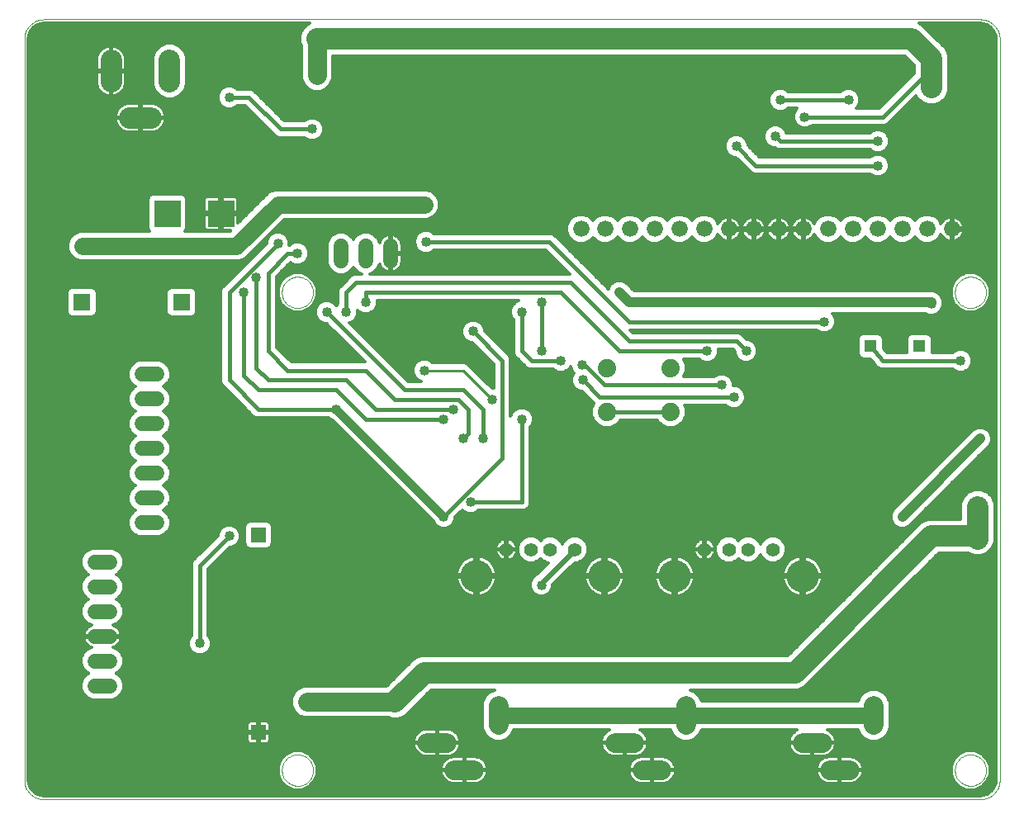
<source format=gbl>
G75*
G70*
%OFA0B0*%
%FSLAX24Y24*%
%IPPOS*%
%LPD*%
%AMOC8*
5,1,8,0,0,1.08239X$1,22.5*
%
%ADD10C,0.0000*%
%ADD11C,0.0787*%
%ADD12C,0.1306*%
%ADD13C,0.0554*%
%ADD14R,0.1063X0.1063*%
%ADD15C,0.0660*%
%ADD16R,0.0594X0.0594*%
%ADD17R,0.0515X0.0515*%
%ADD18C,0.0600*%
%ADD19C,0.0740*%
%ADD20C,0.0860*%
%ADD21R,0.0709X0.0709*%
%ADD22C,0.0120*%
%ADD23C,0.0400*%
%ADD24C,0.0060*%
%ADD25C,0.0160*%
%ADD26C,0.0760*%
%ADD27C,0.0400*%
%ADD28C,0.0150*%
%ADD29C,0.0700*%
%ADD30C,0.0240*%
%ADD31C,0.0660*%
%ADD32C,0.0320*%
%ADD33C,0.0100*%
D10*
X000947Y001087D02*
X038743Y001087D01*
X038743Y001088D02*
X038797Y001090D01*
X038850Y001095D01*
X038903Y001104D01*
X038955Y001117D01*
X039007Y001133D01*
X039057Y001153D01*
X039105Y001176D01*
X039152Y001203D01*
X039197Y001232D01*
X039240Y001265D01*
X039280Y001300D01*
X039318Y001338D01*
X039353Y001378D01*
X039386Y001421D01*
X039415Y001466D01*
X039442Y001513D01*
X039465Y001561D01*
X039485Y001611D01*
X039501Y001663D01*
X039514Y001715D01*
X039523Y001768D01*
X039528Y001821D01*
X039530Y001875D01*
X039530Y031796D01*
X039528Y031850D01*
X039523Y031903D01*
X039514Y031956D01*
X039501Y032008D01*
X039485Y032060D01*
X039465Y032110D01*
X039442Y032158D01*
X039415Y032205D01*
X039386Y032250D01*
X039353Y032293D01*
X039318Y032333D01*
X039280Y032371D01*
X039240Y032406D01*
X039197Y032439D01*
X039152Y032468D01*
X039105Y032495D01*
X039057Y032518D01*
X039007Y032538D01*
X038955Y032554D01*
X038903Y032567D01*
X038850Y032576D01*
X038797Y032581D01*
X038743Y032583D01*
X000947Y032583D01*
X000893Y032581D01*
X000840Y032576D01*
X000787Y032567D01*
X000735Y032554D01*
X000683Y032538D01*
X000633Y032518D01*
X000585Y032495D01*
X000538Y032468D01*
X000493Y032439D01*
X000450Y032406D01*
X000410Y032371D01*
X000372Y032333D01*
X000337Y032293D01*
X000304Y032250D01*
X000275Y032205D01*
X000248Y032158D01*
X000225Y032110D01*
X000205Y032060D01*
X000189Y032008D01*
X000176Y031956D01*
X000167Y031903D01*
X000162Y031850D01*
X000160Y031796D01*
X000160Y001875D01*
X000162Y001821D01*
X000167Y001768D01*
X000176Y001715D01*
X000189Y001663D01*
X000205Y001611D01*
X000225Y001561D01*
X000248Y001513D01*
X000275Y001466D01*
X000304Y001421D01*
X000337Y001378D01*
X000372Y001338D01*
X000410Y001300D01*
X000450Y001265D01*
X000493Y001232D01*
X000538Y001203D01*
X000585Y001176D01*
X000633Y001153D01*
X000683Y001133D01*
X000735Y001117D01*
X000787Y001104D01*
X000840Y001095D01*
X000893Y001090D01*
X000947Y001088D01*
X010554Y002269D02*
X010556Y002319D01*
X010562Y002369D01*
X010572Y002418D01*
X010586Y002466D01*
X010603Y002513D01*
X010624Y002558D01*
X010649Y002602D01*
X010677Y002643D01*
X010709Y002682D01*
X010743Y002719D01*
X010780Y002753D01*
X010820Y002783D01*
X010862Y002810D01*
X010906Y002834D01*
X010952Y002855D01*
X010999Y002871D01*
X011047Y002884D01*
X011097Y002893D01*
X011146Y002898D01*
X011197Y002899D01*
X011247Y002896D01*
X011296Y002889D01*
X011345Y002878D01*
X011393Y002863D01*
X011439Y002845D01*
X011484Y002823D01*
X011527Y002797D01*
X011568Y002768D01*
X011607Y002736D01*
X011643Y002701D01*
X011675Y002663D01*
X011705Y002623D01*
X011732Y002580D01*
X011755Y002536D01*
X011774Y002490D01*
X011790Y002442D01*
X011802Y002393D01*
X011810Y002344D01*
X011814Y002294D01*
X011814Y002244D01*
X011810Y002194D01*
X011802Y002145D01*
X011790Y002096D01*
X011774Y002048D01*
X011755Y002002D01*
X011732Y001958D01*
X011705Y001915D01*
X011675Y001875D01*
X011643Y001837D01*
X011607Y001802D01*
X011568Y001770D01*
X011527Y001741D01*
X011484Y001715D01*
X011439Y001693D01*
X011393Y001675D01*
X011345Y001660D01*
X011296Y001649D01*
X011247Y001642D01*
X011197Y001639D01*
X011146Y001640D01*
X011097Y001645D01*
X011047Y001654D01*
X010999Y001667D01*
X010952Y001683D01*
X010906Y001704D01*
X010862Y001728D01*
X010820Y001755D01*
X010780Y001785D01*
X010743Y001819D01*
X010709Y001856D01*
X010677Y001895D01*
X010649Y001936D01*
X010624Y001980D01*
X010603Y002025D01*
X010586Y002072D01*
X010572Y002120D01*
X010562Y002169D01*
X010556Y002219D01*
X010554Y002269D01*
X010554Y021560D02*
X010556Y021610D01*
X010562Y021660D01*
X010572Y021709D01*
X010586Y021757D01*
X010603Y021804D01*
X010624Y021849D01*
X010649Y021893D01*
X010677Y021934D01*
X010709Y021973D01*
X010743Y022010D01*
X010780Y022044D01*
X010820Y022074D01*
X010862Y022101D01*
X010906Y022125D01*
X010952Y022146D01*
X010999Y022162D01*
X011047Y022175D01*
X011097Y022184D01*
X011146Y022189D01*
X011197Y022190D01*
X011247Y022187D01*
X011296Y022180D01*
X011345Y022169D01*
X011393Y022154D01*
X011439Y022136D01*
X011484Y022114D01*
X011527Y022088D01*
X011568Y022059D01*
X011607Y022027D01*
X011643Y021992D01*
X011675Y021954D01*
X011705Y021914D01*
X011732Y021871D01*
X011755Y021827D01*
X011774Y021781D01*
X011790Y021733D01*
X011802Y021684D01*
X011810Y021635D01*
X011814Y021585D01*
X011814Y021535D01*
X011810Y021485D01*
X011802Y021436D01*
X011790Y021387D01*
X011774Y021339D01*
X011755Y021293D01*
X011732Y021249D01*
X011705Y021206D01*
X011675Y021166D01*
X011643Y021128D01*
X011607Y021093D01*
X011568Y021061D01*
X011527Y021032D01*
X011484Y021006D01*
X011439Y020984D01*
X011393Y020966D01*
X011345Y020951D01*
X011296Y020940D01*
X011247Y020933D01*
X011197Y020930D01*
X011146Y020931D01*
X011097Y020936D01*
X011047Y020945D01*
X010999Y020958D01*
X010952Y020974D01*
X010906Y020995D01*
X010862Y021019D01*
X010820Y021046D01*
X010780Y021076D01*
X010743Y021110D01*
X010709Y021147D01*
X010677Y021186D01*
X010649Y021227D01*
X010624Y021271D01*
X010603Y021316D01*
X010586Y021363D01*
X010572Y021411D01*
X010562Y021460D01*
X010556Y021510D01*
X010554Y021560D01*
X037719Y021560D02*
X037721Y021610D01*
X037727Y021660D01*
X037737Y021709D01*
X037751Y021757D01*
X037768Y021804D01*
X037789Y021849D01*
X037814Y021893D01*
X037842Y021934D01*
X037874Y021973D01*
X037908Y022010D01*
X037945Y022044D01*
X037985Y022074D01*
X038027Y022101D01*
X038071Y022125D01*
X038117Y022146D01*
X038164Y022162D01*
X038212Y022175D01*
X038262Y022184D01*
X038311Y022189D01*
X038362Y022190D01*
X038412Y022187D01*
X038461Y022180D01*
X038510Y022169D01*
X038558Y022154D01*
X038604Y022136D01*
X038649Y022114D01*
X038692Y022088D01*
X038733Y022059D01*
X038772Y022027D01*
X038808Y021992D01*
X038840Y021954D01*
X038870Y021914D01*
X038897Y021871D01*
X038920Y021827D01*
X038939Y021781D01*
X038955Y021733D01*
X038967Y021684D01*
X038975Y021635D01*
X038979Y021585D01*
X038979Y021535D01*
X038975Y021485D01*
X038967Y021436D01*
X038955Y021387D01*
X038939Y021339D01*
X038920Y021293D01*
X038897Y021249D01*
X038870Y021206D01*
X038840Y021166D01*
X038808Y021128D01*
X038772Y021093D01*
X038733Y021061D01*
X038692Y021032D01*
X038649Y021006D01*
X038604Y020984D01*
X038558Y020966D01*
X038510Y020951D01*
X038461Y020940D01*
X038412Y020933D01*
X038362Y020930D01*
X038311Y020931D01*
X038262Y020936D01*
X038212Y020945D01*
X038164Y020958D01*
X038117Y020974D01*
X038071Y020995D01*
X038027Y021019D01*
X037985Y021046D01*
X037945Y021076D01*
X037908Y021110D01*
X037874Y021147D01*
X037842Y021186D01*
X037814Y021227D01*
X037789Y021271D01*
X037768Y021316D01*
X037751Y021363D01*
X037737Y021411D01*
X037727Y021460D01*
X037721Y021510D01*
X037719Y021560D01*
X037719Y002269D02*
X037721Y002319D01*
X037727Y002369D01*
X037737Y002418D01*
X037751Y002466D01*
X037768Y002513D01*
X037789Y002558D01*
X037814Y002602D01*
X037842Y002643D01*
X037874Y002682D01*
X037908Y002719D01*
X037945Y002753D01*
X037985Y002783D01*
X038027Y002810D01*
X038071Y002834D01*
X038117Y002855D01*
X038164Y002871D01*
X038212Y002884D01*
X038262Y002893D01*
X038311Y002898D01*
X038362Y002899D01*
X038412Y002896D01*
X038461Y002889D01*
X038510Y002878D01*
X038558Y002863D01*
X038604Y002845D01*
X038649Y002823D01*
X038692Y002797D01*
X038733Y002768D01*
X038772Y002736D01*
X038808Y002701D01*
X038840Y002663D01*
X038870Y002623D01*
X038897Y002580D01*
X038920Y002536D01*
X038939Y002490D01*
X038955Y002442D01*
X038967Y002393D01*
X038975Y002344D01*
X038979Y002294D01*
X038979Y002244D01*
X038975Y002194D01*
X038967Y002145D01*
X038955Y002096D01*
X038939Y002048D01*
X038920Y002002D01*
X038897Y001958D01*
X038870Y001915D01*
X038840Y001875D01*
X038808Y001837D01*
X038772Y001802D01*
X038733Y001770D01*
X038692Y001741D01*
X038649Y001715D01*
X038604Y001693D01*
X038558Y001675D01*
X038510Y001660D01*
X038461Y001649D01*
X038412Y001642D01*
X038362Y001639D01*
X038311Y001640D01*
X038262Y001645D01*
X038212Y001654D01*
X038164Y001667D01*
X038117Y001683D01*
X038071Y001704D01*
X038027Y001728D01*
X037985Y001755D01*
X037945Y001785D01*
X037908Y001819D01*
X037874Y001856D01*
X037842Y001895D01*
X037814Y001936D01*
X037789Y001980D01*
X037768Y002025D01*
X037751Y002072D01*
X037737Y002120D01*
X037727Y002169D01*
X037721Y002219D01*
X037719Y002269D01*
D11*
X034445Y004087D02*
X034445Y004875D01*
X032359Y003379D02*
X031571Y003379D01*
X032674Y002276D02*
X033461Y002276D01*
X026871Y004087D02*
X026871Y004875D01*
X024784Y003379D02*
X023997Y003379D01*
X025099Y002276D02*
X025886Y002276D01*
X019296Y004087D02*
X019296Y004875D01*
X017209Y003379D02*
X016422Y003379D01*
X017524Y002276D02*
X018312Y002276D01*
D12*
X018407Y010113D03*
X023580Y010113D03*
X026403Y010113D03*
X031576Y010113D03*
D13*
X030367Y011180D03*
X029383Y011180D03*
X028596Y011180D03*
X027611Y011180D03*
X022371Y011180D03*
X021387Y011180D03*
X020600Y011180D03*
X019616Y011180D03*
D14*
X008097Y024745D03*
X005932Y024745D03*
D15*
X022636Y024119D03*
X023601Y024119D03*
X024601Y024119D03*
X025601Y024119D03*
X026601Y024119D03*
X027601Y024119D03*
X028601Y024119D03*
X029601Y024119D03*
X030601Y024119D03*
X031601Y024119D03*
X032601Y024119D03*
X033601Y024119D03*
X034601Y024119D03*
X035601Y024119D03*
X036601Y024119D03*
X037601Y024119D03*
D16*
X009609Y011767D03*
X009609Y003794D03*
D17*
X034314Y019394D03*
X036282Y019394D03*
D18*
X014940Y022835D02*
X014940Y023435D01*
X013940Y023435D02*
X013940Y022835D01*
X012940Y022835D02*
X012940Y023435D01*
X005503Y018261D02*
X004903Y018261D01*
X004903Y017261D02*
X005503Y017261D01*
X005503Y016261D02*
X004903Y016261D01*
X004903Y015261D02*
X005503Y015261D01*
X005503Y014261D02*
X004903Y014261D01*
X004903Y013261D02*
X005503Y013261D01*
X005503Y012261D02*
X004903Y012261D01*
X003610Y010674D02*
X003010Y010674D01*
X003010Y009674D02*
X003610Y009674D01*
X003610Y008674D02*
X003010Y008674D01*
X003010Y007674D02*
X003610Y007674D01*
X003610Y006674D02*
X003010Y006674D01*
X003010Y005674D02*
X003610Y005674D01*
D19*
X023683Y016733D03*
X023683Y018513D03*
X026243Y018513D03*
X026243Y016733D03*
D20*
X031262Y006206D02*
X036774Y011717D01*
X038644Y011717D01*
X038636Y011611D02*
X038636Y012450D01*
X038636Y012891D01*
X038644Y012898D01*
X031262Y006206D02*
X024963Y006206D01*
X024569Y006206D01*
X016302Y006206D01*
X015121Y005024D01*
X005271Y028609D02*
X004411Y028609D01*
X003660Y030069D02*
X003660Y030929D01*
X006022Y030929D02*
X006022Y030069D01*
X011971Y031796D02*
X035987Y031796D01*
X036774Y031009D01*
X036774Y030615D01*
X036774Y029828D01*
D21*
X006499Y021166D03*
X002483Y021166D03*
D22*
X003097Y021114D02*
X005884Y021114D01*
X005884Y021232D02*
X003097Y021232D01*
X003097Y021351D02*
X005884Y021351D01*
X005884Y021469D02*
X003097Y021469D01*
X003097Y021572D02*
X003058Y021668D01*
X002984Y021741D01*
X002889Y021780D01*
X002077Y021780D01*
X001981Y021741D01*
X001908Y021668D01*
X001869Y021572D01*
X001869Y020760D01*
X001908Y020665D01*
X001981Y020591D01*
X002077Y020552D01*
X002889Y020552D01*
X002984Y020591D01*
X003058Y020665D01*
X003097Y020760D01*
X003097Y021572D01*
X003091Y021588D02*
X005891Y021588D01*
X005884Y021572D02*
X005884Y020760D01*
X005924Y020665D01*
X005997Y020591D01*
X006093Y020552D01*
X006905Y020552D01*
X007000Y020591D01*
X007073Y020665D01*
X007113Y020760D01*
X007113Y021572D01*
X007073Y021668D01*
X007000Y021741D01*
X006905Y021780D01*
X006093Y021780D01*
X005997Y021741D01*
X005924Y021668D01*
X005884Y021572D01*
X005963Y021706D02*
X003019Y021706D01*
X003097Y020995D02*
X005884Y020995D01*
X005884Y020877D02*
X003097Y020877D01*
X003096Y020758D02*
X005885Y020758D01*
X005948Y020640D02*
X003033Y020640D01*
X001933Y020640D02*
X000320Y020640D01*
X000320Y020758D02*
X001869Y020758D01*
X001869Y020877D02*
X000320Y020877D01*
X000320Y020995D02*
X001869Y020995D01*
X001869Y021114D02*
X000320Y021114D01*
X000320Y021232D02*
X001869Y021232D01*
X001869Y021351D02*
X000320Y021351D01*
X000320Y021469D02*
X001869Y021469D01*
X001875Y021588D02*
X000320Y021588D01*
X000320Y021706D02*
X001947Y021706D01*
X002401Y022820D02*
X008844Y022820D01*
X009069Y022913D01*
X009240Y023084D01*
X010649Y024493D01*
X016423Y024493D01*
X016647Y024586D01*
X016819Y024758D01*
X016912Y024982D01*
X016912Y025224D01*
X016819Y025449D01*
X016647Y025620D01*
X016423Y025713D01*
X010275Y025713D01*
X010051Y025620D01*
X008789Y024358D01*
X008789Y024685D01*
X008157Y024685D01*
X008157Y024805D01*
X008037Y024805D01*
X008037Y025436D01*
X007544Y025436D01*
X007504Y025425D01*
X007467Y025404D01*
X007437Y025375D01*
X007416Y025338D01*
X007406Y025297D01*
X007406Y024805D01*
X008037Y024805D01*
X008037Y024685D01*
X007406Y024685D01*
X007406Y024192D01*
X007416Y024152D01*
X007437Y024115D01*
X007467Y024085D01*
X007504Y024064D01*
X007544Y024053D01*
X008037Y024053D01*
X008037Y024685D01*
X008157Y024685D01*
X008157Y024053D01*
X008484Y024053D01*
X008470Y024040D01*
X006657Y024040D01*
X006684Y024066D01*
X006723Y024162D01*
X006723Y025328D01*
X006684Y025424D01*
X006610Y025497D01*
X006515Y025536D01*
X005348Y025536D01*
X005253Y025497D01*
X005180Y025424D01*
X005140Y025328D01*
X005140Y024162D01*
X005180Y024066D01*
X005206Y024040D01*
X002401Y024040D01*
X002177Y023947D01*
X002005Y023775D01*
X001912Y023551D01*
X001912Y023309D01*
X002005Y023084D01*
X002177Y022913D01*
X002401Y022820D01*
X002228Y022891D02*
X000320Y022891D01*
X000320Y022773D02*
X009160Y022773D01*
X009278Y022891D02*
X009017Y022891D01*
X009166Y023010D02*
X009397Y023010D01*
X009284Y023128D02*
X009515Y023128D01*
X009403Y023247D02*
X009634Y023247D01*
X009521Y023365D02*
X009752Y023365D01*
X009640Y023484D02*
X009871Y023484D01*
X009936Y023549D02*
X009936Y023620D01*
X010006Y023789D01*
X010136Y023918D01*
X010305Y023988D01*
X010488Y023988D01*
X010657Y023918D01*
X010786Y023789D01*
X010856Y023620D01*
X010856Y023475D01*
X010873Y023475D01*
X010923Y023525D01*
X011092Y023595D01*
X011275Y023595D01*
X011444Y023525D01*
X011574Y023395D01*
X011644Y023226D01*
X011644Y023043D01*
X011574Y022874D01*
X011444Y022745D01*
X011275Y022675D01*
X011092Y022675D01*
X010923Y022745D01*
X010902Y022766D01*
X010343Y022206D01*
X010343Y019338D01*
X010931Y018750D01*
X013906Y018750D01*
X012344Y020312D01*
X012273Y020312D01*
X012104Y020382D01*
X011975Y020512D01*
X011905Y020681D01*
X011905Y020864D01*
X011975Y021033D01*
X012104Y021162D01*
X012273Y021232D01*
X012456Y021232D01*
X012625Y021162D01*
X012755Y021033D01*
X012758Y021024D01*
X012762Y021033D01*
X012812Y021083D01*
X012812Y021627D01*
X012864Y021752D01*
X012960Y021848D01*
X012960Y021848D01*
X013258Y022146D01*
X013258Y022146D01*
X013353Y022242D01*
X013478Y022294D01*
X013783Y022294D01*
X013622Y022360D01*
X013465Y022517D01*
X013440Y022578D01*
X013414Y022517D01*
X013257Y022360D01*
X013051Y022275D01*
X012828Y022275D01*
X012622Y022360D01*
X012465Y022517D01*
X012380Y022723D01*
X012380Y023546D01*
X012465Y023752D01*
X012622Y023909D01*
X012828Y023995D01*
X013051Y023995D01*
X013257Y023909D01*
X013414Y023752D01*
X013440Y023691D01*
X013465Y023752D01*
X013622Y023909D01*
X013828Y023995D01*
X014051Y023995D01*
X014257Y023909D01*
X014414Y023752D01*
X014495Y023556D01*
X014513Y023611D01*
X014546Y023676D01*
X014589Y023734D01*
X014640Y023786D01*
X014698Y023828D01*
X014763Y023861D01*
X014832Y023883D01*
X014900Y023894D01*
X014900Y023175D01*
X014980Y023175D01*
X015400Y023175D01*
X015400Y023471D01*
X015388Y023542D01*
X015366Y023611D01*
X015333Y023676D01*
X015290Y023734D01*
X015239Y023786D01*
X015181Y023828D01*
X015116Y023861D01*
X015047Y023883D01*
X014980Y023894D01*
X014980Y023175D01*
X014980Y023095D01*
X015400Y023095D01*
X015400Y022798D01*
X015388Y022727D01*
X015366Y022658D01*
X015333Y022594D01*
X015290Y022535D01*
X015239Y022484D01*
X015181Y022441D01*
X015116Y022408D01*
X015047Y022386D01*
X014980Y022375D01*
X014980Y023095D01*
X014900Y023095D01*
X014900Y022375D01*
X014832Y022386D01*
X014763Y022408D01*
X014698Y022441D01*
X014640Y022484D01*
X014589Y022535D01*
X014546Y022594D01*
X014513Y022658D01*
X014495Y022713D01*
X014414Y022517D01*
X014257Y022360D01*
X014097Y022294D01*
X022174Y022294D01*
X021204Y023263D01*
X016687Y023263D01*
X016637Y023213D01*
X016468Y023143D01*
X016285Y023143D01*
X016116Y023213D01*
X015987Y023343D01*
X015917Y023512D01*
X015917Y023695D01*
X015987Y023864D01*
X016116Y023993D01*
X016285Y024063D01*
X016468Y024063D01*
X016637Y023993D01*
X016687Y023943D01*
X021413Y023943D01*
X021538Y023891D01*
X023734Y021695D01*
X023786Y021820D01*
X023915Y021950D01*
X024084Y022020D01*
X024267Y022020D01*
X024436Y021950D01*
X024760Y021626D01*
X036854Y021626D01*
X037023Y021556D01*
X037158Y021421D01*
X037228Y021252D01*
X037228Y021069D01*
X037226Y021064D01*
X037226Y020996D01*
X037156Y020827D01*
X037027Y020697D01*
X036858Y020627D01*
X036675Y020627D01*
X036506Y020697D01*
X036497Y020706D01*
X032767Y020706D01*
X032833Y020639D01*
X032903Y020470D01*
X032903Y020287D01*
X032833Y020118D01*
X032704Y019989D01*
X032535Y019919D01*
X032352Y019919D01*
X032183Y019989D01*
X032133Y020039D01*
X024603Y020039D01*
X024710Y019931D01*
X028968Y019931D01*
X029093Y019880D01*
X029188Y019784D01*
X029315Y019658D01*
X029385Y019658D01*
X029554Y019588D01*
X029684Y019458D01*
X029754Y019289D01*
X029754Y019106D01*
X029684Y018937D01*
X029554Y018808D01*
X029385Y018738D01*
X029202Y018738D01*
X029033Y018808D01*
X028904Y018937D01*
X028834Y019106D01*
X028834Y019177D01*
X028759Y019251D01*
X028179Y019251D01*
X028179Y019106D01*
X028109Y018937D01*
X027980Y018808D01*
X027811Y018738D01*
X027628Y018738D01*
X027458Y018808D01*
X027409Y018858D01*
X026782Y018858D01*
X026873Y018638D01*
X026873Y018388D01*
X037756Y018388D01*
X037695Y018414D02*
X037864Y018344D01*
X038047Y018344D01*
X038216Y018414D01*
X038345Y018543D01*
X038415Y018712D01*
X038415Y018895D01*
X038345Y019065D01*
X038216Y019194D01*
X038047Y019264D01*
X037864Y019264D01*
X037695Y019194D01*
X037645Y019144D01*
X036800Y019144D01*
X036800Y019704D01*
X036760Y019799D01*
X036687Y019872D01*
X036591Y019912D01*
X035973Y019912D01*
X035877Y019872D01*
X035804Y019799D01*
X035765Y019704D01*
X035765Y019144D01*
X034965Y019144D01*
X034831Y019305D01*
X034831Y019704D01*
X034791Y019799D01*
X034718Y019872D01*
X034623Y019912D01*
X034004Y019912D01*
X033909Y019872D01*
X033836Y019799D01*
X033796Y019704D01*
X033796Y019085D01*
X033836Y018990D01*
X033909Y018917D01*
X034004Y018877D01*
X034302Y018877D01*
X034511Y018626D01*
X034517Y018611D01*
X034554Y018574D01*
X034588Y018534D01*
X034602Y018527D01*
X034613Y018516D01*
X034661Y018496D01*
X034708Y018471D01*
X034723Y018470D01*
X034738Y018464D01*
X034790Y018464D01*
X034842Y018459D01*
X034857Y018464D01*
X037645Y018464D01*
X037695Y018414D01*
X038154Y018388D02*
X039370Y018388D01*
X039370Y018270D02*
X028425Y018270D01*
X028401Y018280D02*
X028218Y018280D01*
X028049Y018210D01*
X027999Y018160D01*
X026779Y018160D01*
X026873Y018388D01*
X026873Y018507D02*
X034634Y018507D01*
X034512Y018625D02*
X026873Y018625D01*
X026829Y018744D02*
X027612Y018744D01*
X027826Y018744D02*
X029187Y018744D01*
X029401Y018744D02*
X034413Y018744D01*
X034314Y018862D02*
X029609Y018862D01*
X029702Y018981D02*
X033844Y018981D01*
X033796Y019099D02*
X029751Y019099D01*
X029754Y019218D02*
X033796Y019218D01*
X033796Y019336D02*
X029734Y019336D01*
X029685Y019455D02*
X033796Y019455D01*
X033796Y019573D02*
X029569Y019573D01*
X029280Y019692D02*
X033796Y019692D01*
X033847Y019810D02*
X029162Y019810D01*
X028974Y019929D02*
X032327Y019929D01*
X032560Y019929D02*
X039370Y019929D01*
X039370Y020047D02*
X032763Y020047D01*
X032853Y020166D02*
X039370Y020166D01*
X039370Y020284D02*
X032902Y020284D01*
X032903Y020403D02*
X039370Y020403D01*
X039370Y020521D02*
X032882Y020521D01*
X032833Y020640D02*
X036645Y020640D01*
X036888Y020640D02*
X039370Y020640D01*
X039370Y020758D02*
X037088Y020758D01*
X037177Y020877D02*
X037933Y020877D01*
X037902Y020890D02*
X038192Y020770D01*
X038506Y020770D01*
X038796Y020890D01*
X039019Y021112D01*
X039139Y021403D01*
X039139Y021717D01*
X039019Y022007D01*
X038796Y022230D01*
X038506Y022350D01*
X038192Y022350D01*
X037902Y022230D01*
X037679Y022007D01*
X037559Y021717D01*
X037559Y021403D01*
X037679Y021112D01*
X037902Y020890D01*
X037796Y020995D02*
X037226Y020995D01*
X037228Y021114D02*
X037679Y021114D01*
X037630Y021232D02*
X037228Y021232D01*
X037187Y021351D02*
X037580Y021351D01*
X037559Y021469D02*
X037110Y021469D01*
X036946Y021588D02*
X037559Y021588D01*
X037559Y021706D02*
X024680Y021706D01*
X024561Y021825D02*
X037604Y021825D01*
X037653Y021943D02*
X024443Y021943D01*
X023909Y021943D02*
X023486Y021943D01*
X023604Y021825D02*
X023790Y021825D01*
X023739Y021706D02*
X023723Y021706D01*
X023367Y022062D02*
X037734Y022062D01*
X037852Y022180D02*
X023249Y022180D01*
X023130Y022299D02*
X038069Y022299D01*
X038629Y022299D02*
X039370Y022299D01*
X039370Y022417D02*
X023012Y022417D01*
X022893Y022536D02*
X039370Y022536D01*
X039370Y022654D02*
X022775Y022654D01*
X022656Y022773D02*
X039370Y022773D01*
X039370Y022891D02*
X022538Y022891D01*
X022419Y023010D02*
X039370Y023010D01*
X039370Y023128D02*
X022301Y023128D01*
X022182Y023247D02*
X039370Y023247D01*
X039370Y023365D02*
X022064Y023365D01*
X021945Y023484D02*
X039370Y023484D01*
X039370Y023602D02*
X036896Y023602D01*
X036935Y023619D02*
X037101Y023785D01*
X037155Y023915D01*
X037182Y023862D01*
X037227Y023800D01*
X037282Y023745D01*
X037344Y023700D01*
X037413Y023665D01*
X037486Y023641D01*
X037562Y023629D01*
X037563Y023629D01*
X037563Y024080D01*
X037639Y024080D01*
X037639Y023629D01*
X037640Y023629D01*
X037716Y023641D01*
X037789Y023665D01*
X037858Y023700D01*
X037920Y023745D01*
X037975Y023800D01*
X038020Y023862D01*
X038055Y023931D01*
X038079Y024004D01*
X038091Y024080D01*
X038091Y024080D01*
X037639Y024080D01*
X037639Y024157D01*
X037563Y024157D01*
X037563Y024609D01*
X037562Y024609D01*
X037486Y024597D01*
X037413Y024573D01*
X037344Y024538D01*
X037282Y024493D01*
X037227Y024438D01*
X037182Y024376D01*
X037155Y024323D01*
X037101Y024453D01*
X036935Y024619D01*
X036718Y024709D01*
X036484Y024709D01*
X036267Y024619D01*
X036101Y024453D01*
X035935Y024619D01*
X035718Y024709D01*
X035484Y024709D01*
X035267Y024619D01*
X035101Y024453D01*
X034935Y024619D01*
X034718Y024709D01*
X034484Y024709D01*
X034267Y024619D01*
X034101Y024453D01*
X033935Y024619D01*
X033718Y024709D01*
X033484Y024709D01*
X033267Y024619D01*
X033101Y024453D01*
X032935Y024619D01*
X032718Y024709D01*
X032484Y024709D01*
X032267Y024619D01*
X032101Y024453D01*
X032047Y024323D01*
X032020Y024376D01*
X031975Y024438D01*
X031920Y024493D01*
X031858Y024538D01*
X031789Y024573D01*
X031716Y024597D01*
X031640Y024609D01*
X031639Y024609D01*
X031639Y024157D01*
X031563Y024157D01*
X031563Y024609D01*
X031562Y024609D01*
X031486Y024597D01*
X031413Y024573D01*
X031344Y024538D01*
X031282Y024493D01*
X031227Y024438D01*
X031182Y024376D01*
X031147Y024307D01*
X031123Y024234D01*
X031111Y024157D01*
X031563Y024157D01*
X031563Y024080D01*
X031639Y024080D01*
X031639Y023629D01*
X031640Y023629D01*
X031716Y023641D01*
X031789Y023665D01*
X031858Y023700D01*
X031920Y023745D01*
X031975Y023800D01*
X032020Y023862D01*
X032047Y023915D01*
X032101Y023785D01*
X032267Y023619D01*
X032484Y023529D01*
X032718Y023529D01*
X032935Y023619D01*
X033101Y023785D01*
X033267Y023619D01*
X033484Y023529D01*
X033718Y023529D01*
X033935Y023619D01*
X034101Y023785D01*
X034267Y023619D01*
X034484Y023529D01*
X034718Y023529D01*
X034935Y023619D01*
X035101Y023785D01*
X035267Y023619D01*
X035484Y023529D01*
X035718Y023529D01*
X035935Y023619D01*
X036101Y023785D01*
X036267Y023619D01*
X036484Y023529D01*
X036718Y023529D01*
X036935Y023619D01*
X037037Y023721D02*
X037315Y023721D01*
X037198Y023839D02*
X037124Y023839D01*
X036306Y023602D02*
X035896Y023602D01*
X036037Y023721D02*
X036165Y023721D01*
X036198Y024550D02*
X036004Y024550D01*
X035815Y024669D02*
X036387Y024669D01*
X036815Y024669D02*
X039370Y024669D01*
X039370Y024787D02*
X016831Y024787D01*
X016880Y024906D02*
X039370Y024906D01*
X039370Y025024D02*
X016912Y025024D01*
X016912Y025143D02*
X039370Y025143D01*
X039370Y025261D02*
X016896Y025261D01*
X016847Y025380D02*
X039370Y025380D01*
X039370Y025498D02*
X016769Y025498D01*
X016651Y025617D02*
X039370Y025617D01*
X039370Y025735D02*
X000320Y025735D01*
X000320Y025617D02*
X010047Y025617D01*
X009929Y025498D02*
X006606Y025498D01*
X006702Y025380D02*
X007443Y025380D01*
X007406Y025261D02*
X006723Y025261D01*
X006723Y025143D02*
X007406Y025143D01*
X007406Y025024D02*
X006723Y025024D01*
X006723Y024906D02*
X007406Y024906D01*
X007406Y024669D02*
X006723Y024669D01*
X006723Y024787D02*
X008037Y024787D01*
X008037Y024669D02*
X008157Y024669D01*
X008157Y024787D02*
X009218Y024787D01*
X009099Y024669D02*
X008789Y024669D01*
X008789Y024550D02*
X008981Y024550D01*
X008862Y024432D02*
X008789Y024432D01*
X008789Y024805D02*
X008789Y025297D01*
X008778Y025338D01*
X008757Y025375D01*
X008727Y025404D01*
X008690Y025425D01*
X008650Y025436D01*
X008157Y025436D01*
X008157Y024805D01*
X008789Y024805D01*
X008789Y024906D02*
X009336Y024906D01*
X009455Y025024D02*
X008789Y025024D01*
X008789Y025143D02*
X009573Y025143D01*
X009692Y025261D02*
X008789Y025261D01*
X008751Y025380D02*
X009810Y025380D01*
X010588Y024432D02*
X022127Y024432D01*
X022136Y024453D02*
X022046Y024236D01*
X022046Y024002D01*
X022136Y023785D01*
X022302Y023619D01*
X022519Y023529D01*
X022754Y023529D01*
X022971Y023619D01*
X023119Y023767D01*
X023267Y023619D01*
X023484Y023529D01*
X023718Y023529D01*
X023935Y023619D01*
X024101Y023785D01*
X024267Y023619D01*
X024484Y023529D01*
X024718Y023529D01*
X024935Y023619D01*
X025101Y023785D01*
X025267Y023619D01*
X025484Y023529D01*
X025718Y023529D01*
X025935Y023619D01*
X026101Y023785D01*
X026267Y023619D01*
X026484Y023529D01*
X026718Y023529D01*
X026935Y023619D01*
X027101Y023785D01*
X027267Y023619D01*
X027484Y023529D01*
X027718Y023529D01*
X027935Y023619D01*
X028101Y023785D01*
X028155Y023915D01*
X028182Y023862D01*
X028227Y023800D01*
X028282Y023745D01*
X028344Y023700D01*
X028413Y023665D01*
X028486Y023641D01*
X028562Y023629D01*
X028563Y023629D01*
X028563Y024080D01*
X028639Y024080D01*
X028639Y023629D01*
X028640Y023629D01*
X028716Y023641D01*
X028789Y023665D01*
X028858Y023700D01*
X028920Y023745D01*
X028975Y023800D01*
X029020Y023862D01*
X029055Y023931D01*
X029079Y024004D01*
X029091Y024080D01*
X029091Y024080D01*
X028639Y024080D01*
X028639Y024157D01*
X029091Y024157D01*
X029091Y024157D01*
X029079Y024234D01*
X029055Y024307D01*
X029020Y024376D01*
X028975Y024438D01*
X028920Y024493D01*
X028858Y024538D01*
X028789Y024573D01*
X028716Y024597D01*
X028640Y024609D01*
X028639Y024609D01*
X028639Y024157D01*
X028563Y024157D01*
X028563Y024609D01*
X028562Y024609D01*
X028486Y024597D01*
X028413Y024573D01*
X028344Y024538D01*
X028282Y024493D01*
X028227Y024438D01*
X028182Y024376D01*
X028155Y024323D01*
X028101Y024453D01*
X027935Y024619D01*
X027718Y024709D01*
X027484Y024709D01*
X027267Y024619D01*
X027101Y024453D01*
X026935Y024619D01*
X026718Y024709D01*
X026484Y024709D01*
X026267Y024619D01*
X026101Y024453D01*
X025935Y024619D01*
X025718Y024709D01*
X025484Y024709D01*
X025267Y024619D01*
X025101Y024453D01*
X024935Y024619D01*
X024718Y024709D01*
X024484Y024709D01*
X024267Y024619D01*
X024101Y024453D01*
X023935Y024619D01*
X023718Y024709D01*
X023484Y024709D01*
X023267Y024619D01*
X023119Y024471D01*
X022971Y024619D01*
X022754Y024709D01*
X022519Y024709D01*
X022302Y024619D01*
X022136Y024453D01*
X022234Y024550D02*
X016561Y024550D01*
X016730Y024669D02*
X022423Y024669D01*
X022850Y024669D02*
X023387Y024669D01*
X023198Y024550D02*
X023039Y024550D01*
X023815Y024669D02*
X024387Y024669D01*
X024198Y024550D02*
X024004Y024550D01*
X024815Y024669D02*
X025387Y024669D01*
X025198Y024550D02*
X025004Y024550D01*
X025815Y024669D02*
X026387Y024669D01*
X026198Y024550D02*
X026004Y024550D01*
X026815Y024669D02*
X027387Y024669D01*
X027198Y024550D02*
X027004Y024550D01*
X027815Y024669D02*
X032387Y024669D01*
X032198Y024550D02*
X031833Y024550D01*
X031979Y024432D02*
X032092Y024432D01*
X031639Y024432D02*
X031563Y024432D01*
X031563Y024550D02*
X031639Y024550D01*
X031639Y024313D02*
X031563Y024313D01*
X031563Y024195D02*
X031639Y024195D01*
X031639Y024076D02*
X031563Y024076D01*
X031563Y024080D02*
X031563Y023629D01*
X031562Y023629D01*
X031486Y023641D01*
X031413Y023665D01*
X031344Y023700D01*
X031282Y023745D01*
X031227Y023800D01*
X031182Y023862D01*
X031147Y023931D01*
X031123Y024004D01*
X031111Y024080D01*
X031111Y024080D01*
X031563Y024080D01*
X031563Y023958D02*
X031639Y023958D01*
X031639Y023839D02*
X031563Y023839D01*
X031563Y023721D02*
X031639Y023721D01*
X031887Y023721D02*
X032165Y023721D01*
X032078Y023839D02*
X032004Y023839D01*
X032306Y023602D02*
X027896Y023602D01*
X028037Y023721D02*
X028315Y023721D01*
X028198Y023839D02*
X028124Y023839D01*
X028563Y023839D02*
X028639Y023839D01*
X028639Y023721D02*
X028563Y023721D01*
X028563Y023958D02*
X028639Y023958D01*
X028639Y024076D02*
X028563Y024076D01*
X028563Y024195D02*
X028639Y024195D01*
X028639Y024313D02*
X028563Y024313D01*
X028563Y024432D02*
X028639Y024432D01*
X028639Y024550D02*
X028563Y024550D01*
X028369Y024550D02*
X028004Y024550D01*
X028110Y024432D02*
X028223Y024432D01*
X028833Y024550D02*
X029369Y024550D01*
X029344Y024538D02*
X029282Y024493D01*
X029227Y024438D01*
X029182Y024376D01*
X029147Y024307D01*
X029123Y024234D01*
X029111Y024157D01*
X029563Y024157D01*
X029563Y024609D01*
X029562Y024609D01*
X029486Y024597D01*
X029413Y024573D01*
X029344Y024538D01*
X029223Y024432D02*
X028979Y024432D01*
X029052Y024313D02*
X029150Y024313D01*
X029117Y024195D02*
X029085Y024195D01*
X029111Y024157D02*
X029111Y024157D01*
X029111Y024080D02*
X029111Y024080D01*
X029123Y024004D01*
X029147Y023931D01*
X029182Y023862D01*
X029227Y023800D01*
X029282Y023745D01*
X029344Y023700D01*
X029413Y023665D01*
X029486Y023641D01*
X029562Y023629D01*
X029563Y023629D01*
X029563Y024080D01*
X029639Y024080D01*
X029639Y023629D01*
X029640Y023629D01*
X029716Y023641D01*
X029789Y023665D01*
X029858Y023700D01*
X029920Y023745D01*
X029975Y023800D01*
X030020Y023862D01*
X030055Y023931D01*
X030079Y024004D01*
X030091Y024080D01*
X030091Y024080D01*
X029639Y024080D01*
X029639Y024157D01*
X030091Y024157D01*
X030091Y024157D01*
X030079Y024234D01*
X030055Y024307D01*
X030020Y024376D01*
X029975Y024438D01*
X029920Y024493D01*
X029858Y024538D01*
X029789Y024573D01*
X029716Y024597D01*
X029640Y024609D01*
X029639Y024609D01*
X029639Y024157D01*
X029563Y024157D01*
X029563Y024080D01*
X029111Y024080D01*
X029112Y024076D02*
X029090Y024076D01*
X029064Y023958D02*
X029138Y023958D01*
X029198Y023839D02*
X029004Y023839D01*
X028887Y023721D02*
X029315Y023721D01*
X029563Y023721D02*
X029639Y023721D01*
X029639Y023839D02*
X029563Y023839D01*
X029563Y023958D02*
X029639Y023958D01*
X029639Y024076D02*
X029563Y024076D01*
X029563Y024195D02*
X029639Y024195D01*
X029639Y024313D02*
X029563Y024313D01*
X029563Y024432D02*
X029639Y024432D01*
X029639Y024550D02*
X029563Y024550D01*
X029833Y024550D02*
X030369Y024550D01*
X030344Y024538D02*
X030282Y024493D01*
X030227Y024438D01*
X030182Y024376D01*
X030147Y024307D01*
X030123Y024234D01*
X030111Y024157D01*
X030563Y024157D01*
X030563Y024609D01*
X030562Y024609D01*
X030486Y024597D01*
X030413Y024573D01*
X030344Y024538D01*
X030223Y024432D02*
X029979Y024432D01*
X030052Y024313D02*
X030150Y024313D01*
X030117Y024195D02*
X030085Y024195D01*
X030111Y024157D02*
X030111Y024157D01*
X030111Y024080D02*
X030111Y024080D01*
X030123Y024004D01*
X030147Y023931D01*
X030182Y023862D01*
X030227Y023800D01*
X030282Y023745D01*
X030344Y023700D01*
X030413Y023665D01*
X030486Y023641D01*
X030562Y023629D01*
X030563Y023629D01*
X030563Y024080D01*
X030639Y024080D01*
X030639Y023629D01*
X030640Y023629D01*
X030716Y023641D01*
X030789Y023665D01*
X030858Y023700D01*
X030920Y023745D01*
X030975Y023800D01*
X031020Y023862D01*
X031055Y023931D01*
X031079Y024004D01*
X031091Y024080D01*
X031091Y024080D01*
X030639Y024080D01*
X030639Y024157D01*
X031091Y024157D01*
X031091Y024157D01*
X031079Y024234D01*
X031055Y024307D01*
X031020Y024376D01*
X030975Y024438D01*
X030920Y024493D01*
X030858Y024538D01*
X030789Y024573D01*
X030716Y024597D01*
X030640Y024609D01*
X030639Y024609D01*
X030639Y024157D01*
X030563Y024157D01*
X030563Y024080D01*
X030111Y024080D01*
X030112Y024076D02*
X030090Y024076D01*
X030064Y023958D02*
X030138Y023958D01*
X030198Y023839D02*
X030004Y023839D01*
X029887Y023721D02*
X030315Y023721D01*
X030563Y023721D02*
X030639Y023721D01*
X030639Y023839D02*
X030563Y023839D01*
X030563Y023958D02*
X030639Y023958D01*
X030639Y024076D02*
X030563Y024076D01*
X030563Y024195D02*
X030639Y024195D01*
X030639Y024313D02*
X030563Y024313D01*
X030563Y024432D02*
X030639Y024432D01*
X030639Y024550D02*
X030563Y024550D01*
X030833Y024550D02*
X031369Y024550D01*
X031223Y024432D02*
X030979Y024432D01*
X031052Y024313D02*
X031150Y024313D01*
X031117Y024195D02*
X031085Y024195D01*
X031111Y024157D02*
X031111Y024157D01*
X031112Y024076D02*
X031090Y024076D01*
X031064Y023958D02*
X031138Y023958D01*
X031198Y023839D02*
X031004Y023839D01*
X030887Y023721D02*
X031315Y023721D01*
X032896Y023602D02*
X033306Y023602D01*
X033165Y023721D02*
X033037Y023721D01*
X033004Y024550D02*
X033198Y024550D01*
X033387Y024669D02*
X032815Y024669D01*
X033815Y024669D02*
X034387Y024669D01*
X034198Y024550D02*
X034004Y024550D01*
X034815Y024669D02*
X035387Y024669D01*
X035198Y024550D02*
X035004Y024550D01*
X035037Y023721D02*
X035165Y023721D01*
X035306Y023602D02*
X034896Y023602D01*
X034306Y023602D02*
X033896Y023602D01*
X034037Y023721D02*
X034165Y023721D01*
X034517Y026218D02*
X034700Y026218D01*
X034869Y026288D01*
X034999Y026417D01*
X035069Y026586D01*
X035069Y026769D01*
X034999Y026939D01*
X034869Y027068D01*
X034700Y027138D01*
X034517Y027138D01*
X034348Y027068D01*
X034298Y027018D01*
X029828Y027018D01*
X029360Y027486D01*
X029360Y027557D01*
X029290Y027726D01*
X029161Y027855D01*
X028992Y027925D01*
X028809Y027925D01*
X028640Y027855D01*
X028510Y027726D01*
X028440Y027557D01*
X028440Y027374D01*
X028510Y027205D01*
X028640Y027075D01*
X028809Y027005D01*
X028879Y027005D01*
X029399Y026485D01*
X029495Y026390D01*
X029620Y026338D01*
X034298Y026338D01*
X034348Y026288D01*
X034517Y026218D01*
X034308Y026328D02*
X000320Y026328D01*
X000320Y026446D02*
X029438Y026446D01*
X029320Y026565D02*
X000320Y026565D01*
X000320Y026683D02*
X029201Y026683D01*
X029083Y026802D02*
X000320Y026802D01*
X000320Y026920D02*
X028964Y026920D01*
X028728Y027039D02*
X000320Y027039D01*
X000320Y027157D02*
X028558Y027157D01*
X028481Y027276D02*
X000320Y027276D01*
X000320Y027394D02*
X028440Y027394D01*
X028440Y027513D02*
X000320Y027513D01*
X000320Y027631D02*
X028471Y027631D01*
X028534Y027750D02*
X012000Y027750D01*
X012035Y027764D02*
X012164Y027894D01*
X012234Y028063D01*
X012234Y028246D01*
X012164Y028415D01*
X012035Y028544D01*
X011866Y028614D01*
X011683Y028614D01*
X011514Y028544D01*
X011464Y028494D01*
X010635Y028494D01*
X009503Y029626D01*
X009408Y029722D01*
X009283Y029774D01*
X008738Y029774D01*
X008688Y029824D01*
X008519Y029894D01*
X008336Y029894D01*
X008167Y029824D01*
X008038Y029694D01*
X007968Y029525D01*
X007968Y029342D01*
X008038Y029173D01*
X008167Y029044D01*
X008336Y028974D01*
X008519Y028974D01*
X008688Y029044D01*
X008738Y029094D01*
X009074Y029094D01*
X010206Y027962D01*
X010302Y027866D01*
X010427Y027814D01*
X011464Y027814D01*
X011514Y027764D01*
X011683Y027694D01*
X011866Y027694D01*
X012035Y027764D01*
X012139Y027868D02*
X028671Y027868D01*
X029129Y027868D02*
X030015Y027868D01*
X030015Y027951D02*
X030015Y027768D01*
X030085Y027598D01*
X030214Y027469D01*
X030383Y027399D01*
X030454Y027399D01*
X030479Y027374D01*
X030604Y027322D01*
X034298Y027322D01*
X034348Y027272D01*
X034517Y027202D01*
X034700Y027202D01*
X034869Y027272D01*
X034999Y027402D01*
X035069Y027571D01*
X035069Y027754D01*
X034999Y027923D01*
X034869Y028052D01*
X034700Y028122D01*
X034517Y028122D01*
X034348Y028052D01*
X034298Y028002D01*
X030914Y028002D01*
X030865Y028120D01*
X030736Y028249D01*
X030566Y028319D01*
X030383Y028319D01*
X030214Y028249D01*
X030085Y028120D01*
X030015Y027951D01*
X030030Y027987D02*
X012203Y027987D01*
X012234Y028105D02*
X030079Y028105D01*
X030189Y028224D02*
X012234Y028224D01*
X012194Y028342D02*
X031310Y028342D01*
X031266Y028386D02*
X031395Y028256D01*
X031565Y028186D01*
X031748Y028186D01*
X031917Y028256D01*
X031967Y028306D01*
X034873Y028306D01*
X034998Y028358D01*
X036156Y029516D01*
X036189Y029437D01*
X036383Y029243D01*
X036637Y029138D01*
X036911Y029138D01*
X037165Y029243D01*
X037359Y029437D01*
X037464Y029690D01*
X037464Y031146D01*
X037359Y031400D01*
X037165Y031594D01*
X036378Y032381D01*
X036275Y032423D01*
X038743Y032423D01*
X038841Y032416D01*
X039028Y032355D01*
X039186Y032240D01*
X039302Y032081D01*
X039362Y031894D01*
X039370Y031796D01*
X039370Y001875D01*
X039362Y001777D01*
X039302Y001590D01*
X039186Y001431D01*
X039028Y001316D01*
X038841Y001255D01*
X038743Y001247D01*
X000947Y001247D01*
X000849Y001255D01*
X000663Y001316D01*
X000504Y001431D01*
X000388Y001590D01*
X000328Y001777D01*
X000320Y001875D01*
X000320Y031796D01*
X000328Y031894D01*
X000388Y032081D01*
X000504Y032240D01*
X000663Y032355D01*
X000849Y032416D01*
X000947Y032423D01*
X011683Y032423D01*
X011580Y032381D01*
X011386Y032187D01*
X011281Y031933D01*
X011281Y031659D01*
X011331Y031538D01*
X011331Y030192D01*
X011428Y029957D01*
X011608Y029777D01*
X011844Y029680D01*
X012098Y029680D01*
X012334Y029777D01*
X012514Y029957D01*
X012611Y030192D01*
X012611Y031106D01*
X035701Y031106D01*
X036084Y030723D01*
X036084Y030406D01*
X034665Y028986D01*
X033729Y028986D01*
X033818Y029075D01*
X033888Y029244D01*
X033888Y029427D01*
X033818Y029596D01*
X033688Y029725D01*
X033519Y029795D01*
X033336Y029795D01*
X033167Y029725D01*
X033117Y029675D01*
X030982Y029675D01*
X030932Y029725D01*
X030763Y029795D01*
X030580Y029795D01*
X030411Y029725D01*
X030282Y029596D01*
X030212Y029427D01*
X030212Y029244D01*
X030282Y029075D01*
X030411Y028945D01*
X030580Y028875D01*
X030763Y028875D01*
X030932Y028945D01*
X030982Y028995D01*
X031355Y028995D01*
X031266Y028907D01*
X031196Y028738D01*
X031196Y028555D01*
X031266Y028386D01*
X031235Y028461D02*
X012118Y028461D01*
X011950Y028579D02*
X031196Y028579D01*
X031196Y028698D02*
X010432Y028698D01*
X010550Y028579D02*
X011598Y028579D01*
X011548Y027750D02*
X000320Y027750D01*
X000320Y027868D02*
X010300Y027868D01*
X010206Y027962D02*
X010206Y027962D01*
X010181Y027987D02*
X000320Y027987D01*
X000320Y028105D02*
X004100Y028105D01*
X004102Y028104D02*
X004185Y028062D01*
X004273Y028034D01*
X004365Y028019D01*
X004822Y028019D01*
X004822Y028590D01*
X004860Y028590D01*
X004860Y028019D01*
X005318Y028019D01*
X005409Y028034D01*
X005498Y028062D01*
X005580Y028104D01*
X005655Y028159D01*
X005721Y028225D01*
X005776Y028300D01*
X005818Y028383D01*
X005847Y028471D01*
X005861Y028563D01*
X005861Y028590D01*
X004860Y028590D01*
X004860Y028628D01*
X004822Y028628D01*
X004822Y028590D01*
X003821Y028590D01*
X003821Y028563D01*
X003836Y028471D01*
X003864Y028383D01*
X003906Y028300D01*
X003961Y028225D01*
X004027Y028159D01*
X004102Y028104D01*
X003962Y028224D02*
X000320Y028224D01*
X000320Y028342D02*
X003885Y028342D01*
X003839Y028461D02*
X000320Y028461D01*
X000320Y028579D02*
X003821Y028579D01*
X003821Y028628D02*
X004822Y028628D01*
X004822Y029199D01*
X004365Y029199D01*
X004273Y029185D01*
X004185Y029156D01*
X004102Y029114D01*
X004027Y029059D01*
X003961Y028993D01*
X003906Y028918D01*
X003864Y028836D01*
X003836Y028747D01*
X003821Y028655D01*
X003821Y028628D01*
X003828Y028698D02*
X000320Y028698D01*
X000320Y028816D02*
X003858Y028816D01*
X003919Y028935D02*
X000320Y028935D01*
X000320Y029053D02*
X004021Y029053D01*
X004234Y029172D02*
X000320Y029172D01*
X000320Y029290D02*
X007989Y029290D01*
X007968Y029409D02*
X006232Y029409D01*
X006159Y029379D02*
X006413Y029484D01*
X006607Y029678D01*
X006712Y029932D01*
X006712Y031066D01*
X006607Y031320D01*
X006413Y031514D01*
X006159Y031619D01*
X005885Y031619D01*
X005631Y031514D01*
X005437Y031320D01*
X005332Y031066D01*
X005332Y029932D01*
X005437Y029678D01*
X005631Y029484D01*
X005885Y029379D01*
X006159Y029379D01*
X006457Y029527D02*
X007969Y029527D01*
X008018Y029646D02*
X006575Y029646D01*
X006643Y029764D02*
X008108Y029764D01*
X008310Y029883D02*
X006692Y029883D01*
X006712Y030001D02*
X011410Y030001D01*
X011361Y030120D02*
X006712Y030120D01*
X006712Y030238D02*
X011331Y030238D01*
X011331Y030357D02*
X006712Y030357D01*
X006712Y030475D02*
X011331Y030475D01*
X011331Y030594D02*
X006712Y030594D01*
X006712Y030712D02*
X011331Y030712D01*
X011331Y030831D02*
X006712Y030831D01*
X006712Y030949D02*
X011331Y030949D01*
X011331Y031068D02*
X006711Y031068D01*
X006662Y031186D02*
X011331Y031186D01*
X011331Y031305D02*
X006613Y031305D01*
X006503Y031423D02*
X011331Y031423D01*
X011329Y031542D02*
X006345Y031542D01*
X005699Y031542D02*
X000320Y031542D01*
X000320Y031660D02*
X011281Y031660D01*
X011281Y031779D02*
X000320Y031779D01*
X000329Y031897D02*
X011281Y031897D01*
X011315Y032016D02*
X000367Y032016D01*
X000427Y032134D02*
X011364Y032134D01*
X011452Y032253D02*
X000522Y032253D01*
X000713Y032371D02*
X011571Y032371D01*
X012611Y031068D02*
X035739Y031068D01*
X035858Y030949D02*
X012611Y030949D01*
X012611Y030831D02*
X035976Y030831D01*
X036084Y030712D02*
X012611Y030712D01*
X012611Y030594D02*
X036084Y030594D01*
X036084Y030475D02*
X012611Y030475D01*
X012611Y030357D02*
X036035Y030357D01*
X035917Y030238D02*
X012611Y030238D01*
X012581Y030120D02*
X035798Y030120D01*
X035680Y030001D02*
X012532Y030001D01*
X012439Y029883D02*
X035561Y029883D01*
X035443Y029764D02*
X033594Y029764D01*
X033768Y029646D02*
X035324Y029646D01*
X035206Y029527D02*
X033846Y029527D01*
X033888Y029409D02*
X035087Y029409D01*
X034969Y029290D02*
X033888Y029290D01*
X033858Y029172D02*
X034850Y029172D01*
X034732Y029053D02*
X033796Y029053D01*
X033261Y029764D02*
X030838Y029764D01*
X030506Y029764D02*
X012303Y029764D01*
X011639Y029764D02*
X009305Y029764D01*
X009484Y029646D02*
X030332Y029646D01*
X030253Y029527D02*
X009602Y029527D01*
X009721Y029409D02*
X030212Y029409D01*
X030212Y029290D02*
X009839Y029290D01*
X009958Y029172D02*
X030242Y029172D01*
X030303Y029053D02*
X010076Y029053D01*
X010195Y028935D02*
X030437Y028935D01*
X030907Y028935D02*
X031294Y028935D01*
X031229Y028816D02*
X010313Y028816D01*
X009944Y028224D02*
X005720Y028224D01*
X005797Y028342D02*
X009826Y028342D01*
X009707Y028461D02*
X005843Y028461D01*
X005861Y028579D02*
X009589Y028579D01*
X009470Y028698D02*
X005854Y028698D01*
X005861Y028655D02*
X005847Y028747D01*
X005818Y028836D01*
X005776Y028918D01*
X005721Y028993D01*
X005655Y029059D01*
X005580Y029114D01*
X005498Y029156D01*
X005409Y029185D01*
X005318Y029199D01*
X004860Y029199D01*
X004860Y028628D01*
X005861Y028628D01*
X005861Y028655D01*
X005824Y028816D02*
X009352Y028816D01*
X009233Y028935D02*
X005764Y028935D01*
X005661Y029053D02*
X008158Y029053D01*
X008039Y029172D02*
X005448Y029172D01*
X005588Y029527D02*
X003897Y029527D01*
X003886Y029522D02*
X003969Y029564D01*
X004044Y029619D01*
X004110Y029684D01*
X004165Y029760D01*
X004207Y029842D01*
X004235Y029931D01*
X004250Y030022D01*
X004250Y030480D01*
X003679Y030480D01*
X003679Y030518D01*
X003641Y030518D01*
X003641Y031519D01*
X003614Y031519D01*
X003522Y031504D01*
X003434Y031476D01*
X003351Y031433D01*
X003276Y031379D01*
X003210Y031313D01*
X003155Y031238D01*
X003113Y031155D01*
X003085Y031067D01*
X003070Y030975D01*
X003070Y030518D01*
X003641Y030518D01*
X003641Y030480D01*
X003070Y030480D01*
X003070Y030022D01*
X003085Y029931D01*
X003113Y029842D01*
X003155Y029760D01*
X003210Y029684D01*
X003276Y029619D01*
X003351Y029564D01*
X003434Y029522D01*
X003522Y029493D01*
X003614Y029479D01*
X003641Y029479D01*
X003641Y030480D01*
X003679Y030480D01*
X003679Y029479D01*
X003706Y029479D01*
X003798Y029493D01*
X003886Y029522D01*
X003679Y029527D02*
X003641Y029527D01*
X003641Y029646D02*
X003679Y029646D01*
X003679Y029764D02*
X003641Y029764D01*
X003641Y029883D02*
X003679Y029883D01*
X003679Y030001D02*
X003641Y030001D01*
X003641Y030120D02*
X003679Y030120D01*
X003679Y030238D02*
X003641Y030238D01*
X003641Y030357D02*
X003679Y030357D01*
X003679Y030475D02*
X003641Y030475D01*
X003679Y030518D02*
X004250Y030518D01*
X004250Y030975D01*
X004235Y031067D01*
X004207Y031155D01*
X004165Y031238D01*
X004110Y031313D01*
X004044Y031379D01*
X003969Y031433D01*
X003886Y031476D01*
X003798Y031504D01*
X003706Y031519D01*
X003679Y031519D01*
X003679Y030518D01*
X003679Y030594D02*
X003641Y030594D01*
X003641Y030712D02*
X003679Y030712D01*
X003679Y030831D02*
X003641Y030831D01*
X003641Y030949D02*
X003679Y030949D01*
X003679Y031068D02*
X003641Y031068D01*
X003641Y031186D02*
X003679Y031186D01*
X003679Y031305D02*
X003641Y031305D01*
X003641Y031423D02*
X003679Y031423D01*
X003983Y031423D02*
X005541Y031423D01*
X005431Y031305D02*
X004116Y031305D01*
X004191Y031186D02*
X005382Y031186D01*
X005333Y031068D02*
X004235Y031068D01*
X004250Y030949D02*
X005332Y030949D01*
X005332Y030831D02*
X004250Y030831D01*
X004250Y030712D02*
X005332Y030712D01*
X005332Y030594D02*
X004250Y030594D01*
X004250Y030475D02*
X005332Y030475D01*
X005332Y030357D02*
X004250Y030357D01*
X004250Y030238D02*
X005332Y030238D01*
X005332Y030120D02*
X004250Y030120D01*
X004247Y030001D02*
X005332Y030001D01*
X005352Y029883D02*
X004220Y029883D01*
X004167Y029764D02*
X005401Y029764D01*
X005469Y029646D02*
X004072Y029646D01*
X003423Y029527D02*
X000320Y029527D01*
X000320Y029409D02*
X005812Y029409D01*
X004860Y029172D02*
X004822Y029172D01*
X004822Y029053D02*
X004860Y029053D01*
X004860Y028935D02*
X004822Y028935D01*
X004822Y028816D02*
X004860Y028816D01*
X004860Y028698D02*
X004822Y028698D01*
X004822Y028579D02*
X004860Y028579D01*
X004860Y028461D02*
X004822Y028461D01*
X004822Y028342D02*
X004860Y028342D01*
X004860Y028224D02*
X004822Y028224D01*
X004822Y028105D02*
X004860Y028105D01*
X005582Y028105D02*
X010063Y028105D01*
X009115Y029053D02*
X008698Y029053D01*
X008546Y029883D02*
X011503Y029883D01*
X008157Y025380D02*
X008037Y025380D01*
X008037Y025261D02*
X008157Y025261D01*
X008157Y025143D02*
X008037Y025143D01*
X008037Y025024D02*
X008157Y025024D01*
X008157Y024906D02*
X008037Y024906D01*
X008037Y024550D02*
X008157Y024550D01*
X008157Y024432D02*
X008037Y024432D01*
X008037Y024313D02*
X008157Y024313D01*
X008157Y024195D02*
X008037Y024195D01*
X008037Y024076D02*
X008157Y024076D01*
X007483Y024076D02*
X006688Y024076D01*
X006723Y024195D02*
X007406Y024195D01*
X007406Y024313D02*
X006723Y024313D01*
X006723Y024432D02*
X007406Y024432D01*
X007406Y024550D02*
X006723Y024550D01*
X005140Y024550D02*
X000320Y024550D01*
X000320Y024432D02*
X005140Y024432D01*
X005140Y024313D02*
X000320Y024313D01*
X000320Y024195D02*
X005140Y024195D01*
X005175Y024076D02*
X000320Y024076D01*
X000320Y023958D02*
X002203Y023958D01*
X002069Y023839D02*
X000320Y023839D01*
X000320Y023721D02*
X001982Y023721D01*
X001933Y023602D02*
X000320Y023602D01*
X000320Y023484D02*
X001912Y023484D01*
X001912Y023365D02*
X000320Y023365D01*
X000320Y023247D02*
X001938Y023247D01*
X001987Y023128D02*
X000320Y023128D01*
X000320Y023010D02*
X002080Y023010D01*
X000320Y022654D02*
X009041Y022654D01*
X008923Y022536D02*
X000320Y022536D01*
X000320Y022417D02*
X008804Y022417D01*
X008686Y022299D02*
X000320Y022299D01*
X000320Y022180D02*
X008567Y022180D01*
X008449Y022062D02*
X000320Y022062D01*
X000320Y021943D02*
X008330Y021943D01*
X008235Y021848D02*
X008139Y021752D01*
X008088Y021627D01*
X008088Y017949D01*
X008139Y017824D01*
X009321Y016643D01*
X009416Y016547D01*
X009541Y016495D01*
X012448Y016495D01*
X012498Y016445D01*
X012594Y016405D01*
X016659Y012341D01*
X016699Y012244D01*
X016829Y012115D01*
X016998Y012045D01*
X017181Y012045D01*
X017350Y012115D01*
X017479Y012244D01*
X017549Y012413D01*
X017549Y012484D01*
X017841Y012776D01*
X017911Y012705D01*
X018080Y012635D01*
X018263Y012635D01*
X018432Y012705D01*
X018482Y012755D01*
X020306Y012755D01*
X020431Y012807D01*
X020527Y012903D01*
X020579Y013028D01*
X020579Y016131D01*
X020629Y016181D01*
X020699Y016350D01*
X020699Y016533D01*
X020629Y016702D01*
X020499Y016832D01*
X020330Y016902D01*
X020147Y016902D01*
X019978Y016832D01*
X019849Y016702D01*
X019791Y016564D01*
X019791Y018872D01*
X019740Y018997D01*
X019644Y019092D01*
X018730Y020006D01*
X018730Y020077D01*
X018660Y020246D01*
X018531Y020375D01*
X018362Y020445D01*
X018179Y020445D01*
X018010Y020375D01*
X017880Y020246D01*
X017810Y020077D01*
X017810Y019894D01*
X017880Y019724D01*
X018010Y019595D01*
X018179Y019525D01*
X018249Y019525D01*
X019111Y018663D01*
X019111Y017689D01*
X019036Y017689D01*
X018052Y018673D01*
X017938Y018720D01*
X016642Y018720D01*
X016562Y018800D01*
X016393Y018870D01*
X016210Y018870D01*
X016041Y018800D01*
X015912Y018671D01*
X015842Y018502D01*
X015842Y018319D01*
X015912Y018150D01*
X016041Y018020D01*
X016180Y017963D01*
X015655Y017963D01*
X013287Y020331D01*
X013413Y020382D01*
X013542Y020512D01*
X013612Y020681D01*
X013612Y020843D01*
X013679Y020776D01*
X013848Y020706D01*
X014031Y020706D01*
X014200Y020776D01*
X014329Y020906D01*
X014400Y021075D01*
X014400Y021220D01*
X020117Y021220D01*
X019978Y021162D01*
X019849Y021033D01*
X019779Y020864D01*
X019779Y020681D01*
X019849Y020512D01*
X019899Y020462D01*
X019899Y019130D01*
X019951Y019005D01*
X020344Y018611D01*
X020440Y018516D01*
X020565Y018464D01*
X021503Y018464D01*
X021553Y018414D01*
X021722Y018344D01*
X021905Y018344D01*
X022074Y018414D01*
X022204Y018543D01*
X022216Y018573D01*
X022216Y018531D01*
X022286Y018362D01*
X022340Y018308D01*
X022309Y018277D01*
X022239Y018108D01*
X022239Y017925D01*
X022309Y017756D01*
X022439Y017627D01*
X022608Y017557D01*
X022679Y017557D01*
X023100Y017135D01*
X023148Y017087D01*
X023053Y016858D01*
X023053Y016608D01*
X023149Y016376D01*
X023326Y016199D01*
X023558Y016103D01*
X023808Y016103D01*
X024040Y016199D01*
X024217Y016376D01*
X024224Y016393D01*
X025702Y016393D01*
X025709Y016376D01*
X025886Y016199D01*
X026118Y016103D01*
X026368Y016103D01*
X026600Y016199D01*
X026777Y016376D01*
X026873Y016608D01*
X026873Y016858D01*
X026820Y016988D01*
X028491Y016988D01*
X028541Y016938D01*
X028710Y016868D01*
X028893Y016868D01*
X029062Y016938D01*
X029192Y017067D01*
X029262Y017236D01*
X029262Y017419D01*
X029192Y017588D01*
X029062Y017718D01*
X028893Y017788D01*
X028770Y017788D01*
X028770Y017911D01*
X028700Y018080D01*
X028570Y018210D01*
X028401Y018280D01*
X028195Y018270D02*
X026824Y018270D01*
X028034Y018862D02*
X028979Y018862D01*
X028886Y018981D02*
X028127Y018981D01*
X028176Y019099D02*
X028837Y019099D01*
X028793Y019218D02*
X028179Y019218D01*
X028628Y018151D02*
X039370Y018151D01*
X039370Y018033D02*
X028719Y018033D01*
X028768Y017914D02*
X039370Y017914D01*
X039370Y017796D02*
X028770Y017796D01*
X029102Y017677D02*
X039370Y017677D01*
X039370Y017559D02*
X029204Y017559D01*
X029253Y017440D02*
X039370Y017440D01*
X039370Y017322D02*
X029262Y017322D01*
X029248Y017203D02*
X039370Y017203D01*
X039370Y017085D02*
X029199Y017085D01*
X029091Y016966D02*
X039370Y016966D01*
X039370Y016848D02*
X026873Y016848D01*
X026873Y016729D02*
X039370Y016729D01*
X039370Y016611D02*
X026873Y016611D01*
X026825Y016492D02*
X039370Y016492D01*
X039370Y016374D02*
X026775Y016374D01*
X026657Y016255D02*
X039370Y016255D01*
X039370Y016137D02*
X026451Y016137D01*
X026036Y016137D02*
X023891Y016137D01*
X024097Y016255D02*
X025830Y016255D01*
X025711Y016374D02*
X024215Y016374D01*
X023476Y016137D02*
X020584Y016137D01*
X020579Y016018D02*
X038456Y016018D01*
X038482Y016044D02*
X038353Y015915D01*
X038353Y015915D01*
X035203Y012765D01*
X035133Y012596D01*
X035133Y012413D01*
X035203Y012244D01*
X035333Y012115D01*
X035502Y012045D01*
X035685Y012045D01*
X035854Y012115D01*
X039003Y015264D01*
X039133Y015394D01*
X039203Y015563D01*
X039203Y015746D01*
X039133Y015915D01*
X039003Y016044D01*
X038834Y016114D01*
X038651Y016114D01*
X038482Y016044D01*
X038338Y015900D02*
X020579Y015900D01*
X020579Y015781D02*
X038219Y015781D01*
X038101Y015663D02*
X020579Y015663D01*
X020579Y015544D02*
X037982Y015544D01*
X037864Y015426D02*
X020579Y015426D01*
X020579Y015307D02*
X037745Y015307D01*
X037627Y015189D02*
X020579Y015189D01*
X020579Y015070D02*
X037508Y015070D01*
X037390Y014952D02*
X020579Y014952D01*
X020579Y014833D02*
X037271Y014833D01*
X037153Y014715D02*
X020579Y014715D01*
X020579Y014596D02*
X037034Y014596D01*
X036916Y014478D02*
X020579Y014478D01*
X020579Y014359D02*
X036797Y014359D01*
X036679Y014241D02*
X020579Y014241D01*
X020579Y014122D02*
X036560Y014122D01*
X036442Y014004D02*
X020579Y014004D01*
X020579Y013885D02*
X036323Y013885D01*
X036205Y013767D02*
X020579Y013767D01*
X020579Y013648D02*
X036086Y013648D01*
X035968Y013530D02*
X020579Y013530D01*
X020579Y013411D02*
X035849Y013411D01*
X035731Y013293D02*
X020579Y013293D01*
X020579Y013174D02*
X035612Y013174D01*
X035494Y013056D02*
X020579Y013056D01*
X020541Y012937D02*
X035375Y012937D01*
X035257Y012819D02*
X020443Y012819D01*
X020493Y011717D02*
X020295Y011635D01*
X020144Y011484D01*
X020063Y011286D01*
X020063Y011073D01*
X020144Y010875D01*
X020295Y010724D01*
X020493Y010642D01*
X020707Y010642D01*
X020904Y010724D01*
X020993Y010814D01*
X021083Y010724D01*
X021280Y010642D01*
X021297Y010642D01*
X020813Y010158D01*
X020766Y010139D01*
X020636Y010009D01*
X020566Y009840D01*
X020566Y009657D01*
X020636Y009488D01*
X020766Y009359D01*
X020935Y009289D01*
X021118Y009289D01*
X021287Y009359D01*
X021416Y009488D01*
X021486Y009657D01*
X021486Y009757D01*
X022372Y010642D01*
X022478Y010642D01*
X022676Y010724D01*
X022827Y010875D01*
X022909Y011073D01*
X022909Y011286D01*
X022827Y011484D01*
X022676Y011635D01*
X022478Y011717D01*
X022265Y011717D01*
X022067Y011635D01*
X021916Y011484D01*
X021879Y011395D01*
X021843Y011484D01*
X021691Y011635D01*
X021494Y011717D01*
X021280Y011717D01*
X021083Y011635D01*
X020993Y011545D01*
X020904Y011635D01*
X020707Y011717D01*
X020493Y011717D01*
X020294Y011634D02*
X010166Y011634D01*
X010166Y011752D02*
X035833Y011752D01*
X035715Y011634D02*
X030673Y011634D01*
X030672Y011635D02*
X030474Y011717D01*
X030260Y011717D01*
X030063Y011635D01*
X029912Y011484D01*
X029875Y011395D01*
X029838Y011484D01*
X029687Y011635D01*
X029490Y011717D01*
X029276Y011717D01*
X029079Y011635D01*
X028989Y011545D01*
X028900Y011635D01*
X028702Y011717D01*
X028489Y011717D01*
X028291Y011635D01*
X028140Y011484D01*
X028058Y011286D01*
X028058Y011073D01*
X028140Y010875D01*
X028291Y010724D01*
X028489Y010642D01*
X028702Y010642D01*
X028900Y010724D01*
X028989Y010814D01*
X029079Y010724D01*
X029276Y010642D01*
X029490Y010642D01*
X029687Y010724D01*
X029838Y010875D01*
X029875Y010964D01*
X029912Y010875D01*
X030063Y010724D01*
X030260Y010642D01*
X030474Y010642D01*
X030672Y010724D01*
X030823Y010875D01*
X030904Y011073D01*
X030904Y011286D01*
X030823Y011484D01*
X030672Y011635D01*
X030791Y011515D02*
X035596Y011515D01*
X035478Y011397D02*
X030859Y011397D01*
X030904Y011278D02*
X035359Y011278D01*
X035241Y011160D02*
X030904Y011160D01*
X030892Y011041D02*
X035122Y011041D01*
X035004Y010923D02*
X031648Y010923D01*
X031636Y010923D02*
X031516Y010923D01*
X031516Y010924D02*
X031417Y010911D01*
X031314Y010884D01*
X031216Y010843D01*
X031123Y010790D01*
X031039Y010725D01*
X030964Y010650D01*
X030899Y010565D01*
X030845Y010473D01*
X030805Y010374D01*
X030777Y010271D01*
X030764Y010173D01*
X031516Y010173D01*
X031516Y010924D01*
X031504Y010923D02*
X030842Y010923D01*
X030752Y010804D02*
X031149Y010804D01*
X031000Y010686D02*
X030579Y010686D01*
X030900Y010567D02*
X027078Y010567D01*
X027080Y010565D02*
X027015Y010650D01*
X026940Y010725D01*
X026855Y010790D01*
X026763Y010843D01*
X026665Y010884D01*
X026562Y010911D01*
X026463Y010924D01*
X026463Y010173D01*
X026343Y010173D01*
X026343Y010924D01*
X026244Y010911D01*
X026141Y010884D01*
X026042Y010843D01*
X025950Y010790D01*
X025866Y010725D01*
X025790Y010650D01*
X025725Y010565D01*
X025672Y010473D01*
X025631Y010374D01*
X025604Y010271D01*
X025591Y010173D01*
X026343Y010173D01*
X026343Y010053D01*
X025591Y010053D01*
X025604Y009954D01*
X025631Y009851D01*
X025672Y009752D01*
X025725Y009660D01*
X025790Y009576D01*
X025866Y009500D01*
X025950Y009435D01*
X026042Y009382D01*
X023941Y009382D01*
X023940Y009382D02*
X024033Y009435D01*
X024117Y009500D01*
X024192Y009576D01*
X024257Y009660D01*
X024311Y009752D01*
X024351Y009851D01*
X024379Y009954D01*
X024392Y010053D01*
X023640Y010053D01*
X023640Y010173D01*
X023520Y010173D01*
X023520Y010924D01*
X023421Y010911D01*
X023318Y010884D01*
X023220Y010843D01*
X023128Y010790D01*
X023043Y010725D01*
X022968Y010650D01*
X022903Y010565D01*
X022850Y010473D01*
X022809Y010374D01*
X022781Y010271D01*
X022768Y010173D01*
X023520Y010173D01*
X023520Y010053D01*
X022768Y010053D01*
X022781Y009954D01*
X022809Y009851D01*
X022850Y009752D01*
X022903Y009660D01*
X022968Y009576D01*
X023043Y009500D01*
X023128Y009435D01*
X023220Y009382D01*
X023318Y009341D01*
X023421Y009314D01*
X023520Y009301D01*
X023520Y010053D01*
X023640Y010053D01*
X023640Y009301D01*
X023739Y009314D01*
X023842Y009341D01*
X023940Y009382D01*
X024118Y009501D02*
X025865Y009501D01*
X025757Y009619D02*
X024226Y009619D01*
X024302Y009738D02*
X025681Y009738D01*
X025630Y009856D02*
X024353Y009856D01*
X024382Y009975D02*
X025601Y009975D01*
X025596Y010212D02*
X024387Y010212D01*
X024392Y010173D02*
X024379Y010271D01*
X024351Y010374D01*
X024311Y010473D01*
X024257Y010565D01*
X024192Y010650D01*
X024117Y010725D01*
X024033Y010790D01*
X023940Y010843D01*
X023842Y010884D01*
X023739Y010911D01*
X023640Y010924D01*
X023640Y010173D01*
X024392Y010173D01*
X024363Y010330D02*
X025620Y010330D01*
X025662Y010449D02*
X024320Y010449D01*
X024256Y010567D02*
X025727Y010567D01*
X025827Y010686D02*
X024156Y010686D01*
X024007Y010804D02*
X025975Y010804D01*
X026343Y010804D02*
X026463Y010804D01*
X026463Y010686D02*
X026343Y010686D01*
X026343Y010567D02*
X026463Y010567D01*
X026463Y010449D02*
X026343Y010449D01*
X026343Y010330D02*
X026463Y010330D01*
X026463Y010212D02*
X026343Y010212D01*
X026343Y010093D02*
X023640Y010093D01*
X023640Y009975D02*
X023520Y009975D01*
X023520Y010093D02*
X021823Y010093D01*
X021704Y009975D02*
X022778Y009975D01*
X022807Y009856D02*
X021586Y009856D01*
X021486Y009738D02*
X022858Y009738D01*
X022934Y009619D02*
X021470Y009619D01*
X021421Y009501D02*
X023042Y009501D01*
X023219Y009382D02*
X021310Y009382D01*
X020742Y009382D02*
X018768Y009382D01*
X018767Y009382D02*
X018859Y009435D01*
X018944Y009500D01*
X019019Y009576D01*
X019084Y009660D01*
X019137Y009752D01*
X019178Y009851D01*
X019206Y009954D01*
X019219Y010053D01*
X018467Y010053D01*
X018467Y010173D01*
X018347Y010173D01*
X018347Y010924D01*
X018248Y010911D01*
X018145Y010884D01*
X018047Y010843D01*
X017954Y010790D01*
X017870Y010725D01*
X017794Y010650D01*
X017730Y010565D01*
X017676Y010473D01*
X017636Y010374D01*
X017608Y010271D01*
X017595Y010173D01*
X018347Y010173D01*
X018347Y010053D01*
X017595Y010053D01*
X017608Y009954D01*
X017636Y009851D01*
X017676Y009752D01*
X017730Y009660D01*
X017794Y009576D01*
X017870Y009500D01*
X017954Y009435D01*
X018047Y009382D01*
X018145Y009341D01*
X018248Y009314D01*
X018347Y009301D01*
X018347Y010053D01*
X018467Y010053D01*
X018467Y009301D01*
X018566Y009314D01*
X018669Y009341D01*
X018767Y009382D01*
X018945Y009501D02*
X020631Y009501D01*
X020582Y009619D02*
X019053Y009619D01*
X019129Y009738D02*
X020566Y009738D01*
X020573Y009856D02*
X019180Y009856D01*
X019208Y009975D02*
X020622Y009975D01*
X020720Y010093D02*
X018467Y010093D01*
X018467Y010173D02*
X019219Y010173D01*
X019206Y010271D01*
X019178Y010374D01*
X019137Y010473D01*
X019084Y010565D01*
X019019Y010650D01*
X018944Y010725D01*
X018859Y010790D01*
X018767Y010843D01*
X018669Y010884D01*
X018566Y010911D01*
X018467Y010924D01*
X018467Y010173D01*
X018467Y010212D02*
X018347Y010212D01*
X018347Y010330D02*
X018467Y010330D01*
X018467Y010449D02*
X018347Y010449D01*
X018347Y010567D02*
X018467Y010567D01*
X018467Y010686D02*
X018347Y010686D01*
X018347Y010804D02*
X018467Y010804D01*
X018467Y010923D02*
X018347Y010923D01*
X018335Y010923D02*
X008114Y010923D01*
X007996Y010804D02*
X017980Y010804D01*
X017831Y010686D02*
X007877Y010686D01*
X007759Y010567D02*
X017731Y010567D01*
X017666Y010449D02*
X007640Y010449D01*
X007587Y010395D02*
X008449Y011257D01*
X008519Y011257D01*
X008688Y011327D01*
X008818Y011457D01*
X008888Y011626D01*
X008888Y011809D01*
X008818Y011978D01*
X008688Y012107D01*
X008519Y012177D01*
X008336Y012177D01*
X008167Y012107D01*
X008038Y011978D01*
X007968Y011809D01*
X007968Y011738D01*
X007054Y010824D01*
X006958Y010729D01*
X006907Y010604D01*
X006907Y007697D01*
X006857Y007647D01*
X006787Y007478D01*
X006787Y007295D01*
X006857Y007126D01*
X006986Y006997D01*
X007155Y006927D01*
X007338Y006927D01*
X007507Y006997D01*
X007637Y007126D01*
X007707Y007295D01*
X007707Y007478D01*
X007637Y007647D01*
X007587Y007697D01*
X007587Y010395D01*
X007587Y010330D02*
X017624Y010330D01*
X017600Y010212D02*
X007587Y010212D01*
X007587Y010093D02*
X018347Y010093D01*
X018347Y009975D02*
X018467Y009975D01*
X018467Y009856D02*
X018347Y009856D01*
X018347Y009738D02*
X018467Y009738D01*
X018467Y009619D02*
X018347Y009619D01*
X018347Y009501D02*
X018467Y009501D01*
X018467Y009382D02*
X018347Y009382D01*
X018046Y009382D02*
X007587Y009382D01*
X007587Y009264D02*
X033345Y009264D01*
X033463Y009382D02*
X031937Y009382D01*
X031936Y009382D02*
X032028Y009435D01*
X032113Y009500D01*
X032188Y009576D01*
X032253Y009660D01*
X032306Y009752D01*
X032347Y009851D01*
X032375Y009954D01*
X032388Y010053D01*
X031636Y010053D01*
X031636Y010173D01*
X031516Y010173D01*
X031516Y010053D01*
X030764Y010053D01*
X030777Y009954D01*
X030805Y009851D01*
X030845Y009752D01*
X030899Y009660D01*
X030964Y009576D01*
X031039Y009500D01*
X031123Y009435D01*
X031216Y009382D01*
X031314Y009341D01*
X031417Y009314D01*
X031516Y009301D01*
X031516Y010053D01*
X031636Y010053D01*
X031636Y009301D01*
X031735Y009314D01*
X031838Y009341D01*
X031936Y009382D01*
X032114Y009501D02*
X033582Y009501D01*
X033700Y009619D02*
X032222Y009619D01*
X032298Y009738D02*
X033819Y009738D01*
X033937Y009856D02*
X032349Y009856D01*
X032378Y009975D02*
X034056Y009975D01*
X034174Y010093D02*
X031636Y010093D01*
X031636Y010173D02*
X032388Y010173D01*
X032375Y010271D01*
X032347Y010374D01*
X032306Y010473D01*
X032253Y010565D01*
X032188Y010650D01*
X032113Y010725D01*
X032028Y010790D01*
X031936Y010843D01*
X031838Y010884D01*
X031735Y010911D01*
X031636Y010924D01*
X031636Y010173D01*
X031636Y010212D02*
X031516Y010212D01*
X031516Y010330D02*
X031636Y010330D01*
X031636Y010449D02*
X031516Y010449D01*
X031516Y010567D02*
X031636Y010567D01*
X031636Y010686D02*
X031516Y010686D01*
X031516Y010804D02*
X031636Y010804D01*
X032003Y010804D02*
X034885Y010804D01*
X034767Y010686D02*
X032152Y010686D01*
X032251Y010567D02*
X034648Y010567D01*
X034530Y010449D02*
X032316Y010449D01*
X032359Y010330D02*
X034411Y010330D01*
X034293Y010212D02*
X032383Y010212D01*
X031636Y009975D02*
X031516Y009975D01*
X031516Y010093D02*
X026463Y010093D01*
X026463Y010053D02*
X026463Y010173D01*
X027215Y010173D01*
X027202Y010271D01*
X027174Y010374D01*
X027133Y010473D01*
X027080Y010565D01*
X027143Y010449D02*
X030836Y010449D01*
X030793Y010330D02*
X027186Y010330D01*
X027209Y010212D02*
X030769Y010212D01*
X030774Y009975D02*
X027204Y009975D01*
X027202Y009954D02*
X027215Y010053D01*
X026463Y010053D01*
X026463Y009301D01*
X026562Y009314D01*
X026665Y009341D01*
X026763Y009382D01*
X026855Y009435D01*
X026940Y009500D01*
X027015Y009576D01*
X027080Y009660D01*
X027133Y009752D01*
X027174Y009851D01*
X027202Y009954D01*
X027175Y009856D02*
X030803Y009856D01*
X030854Y009738D02*
X027125Y009738D01*
X027049Y009619D02*
X030930Y009619D01*
X031038Y009501D02*
X026940Y009501D01*
X026764Y009382D02*
X031215Y009382D01*
X031516Y009382D02*
X031636Y009382D01*
X031636Y009501D02*
X031516Y009501D01*
X031516Y009619D02*
X031636Y009619D01*
X031636Y009738D02*
X031516Y009738D01*
X031516Y009856D02*
X031636Y009856D01*
X032752Y008671D02*
X007587Y008671D01*
X007587Y008553D02*
X032634Y008553D01*
X032515Y008434D02*
X007587Y008434D01*
X007587Y008316D02*
X032397Y008316D01*
X032278Y008197D02*
X007587Y008197D01*
X007587Y008079D02*
X032160Y008079D01*
X032041Y007960D02*
X007587Y007960D01*
X007587Y007842D02*
X031923Y007842D01*
X031804Y007723D02*
X007587Y007723D01*
X007654Y007605D02*
X031686Y007605D01*
X031567Y007486D02*
X007703Y007486D01*
X007707Y007368D02*
X031449Y007368D01*
X031330Y007249D02*
X007688Y007249D01*
X007639Y007131D02*
X031212Y007131D01*
X031093Y007012D02*
X007523Y007012D01*
X006970Y007012D02*
X004063Y007012D01*
X004084Y006991D02*
X003927Y007149D01*
X003731Y007230D01*
X003786Y007248D01*
X003851Y007281D01*
X003909Y007323D01*
X003960Y007374D01*
X004003Y007433D01*
X004036Y007497D01*
X004058Y007566D01*
X004069Y007634D01*
X003350Y007634D01*
X003350Y007714D01*
X004069Y007714D01*
X004058Y007782D01*
X004036Y007851D01*
X004003Y007915D01*
X003960Y007974D01*
X003909Y008025D01*
X003851Y008067D01*
X003786Y008100D01*
X003731Y008118D01*
X003927Y008199D01*
X004084Y008357D01*
X004170Y008563D01*
X004170Y008785D01*
X004084Y008991D01*
X003927Y009149D01*
X003866Y009174D01*
X003927Y009199D01*
X004084Y009357D01*
X004170Y009563D01*
X004170Y009785D01*
X004084Y009991D01*
X003927Y010149D01*
X003866Y010174D01*
X003927Y010199D01*
X004084Y010357D01*
X004170Y010563D01*
X004170Y010785D01*
X004084Y010991D01*
X003927Y011149D01*
X003721Y011234D01*
X002898Y011234D01*
X002692Y011149D01*
X002535Y010991D01*
X002450Y010785D01*
X002450Y010563D01*
X002535Y010357D01*
X002692Y010199D01*
X002753Y010174D01*
X002692Y010149D01*
X002535Y009991D01*
X002450Y009785D01*
X002450Y009563D01*
X002535Y009357D01*
X002692Y009199D01*
X002753Y009174D01*
X002692Y009149D01*
X002535Y008991D01*
X002450Y008785D01*
X002450Y008563D01*
X002535Y008357D01*
X002692Y008199D01*
X002888Y008118D01*
X002833Y008100D01*
X002769Y008067D01*
X002710Y008025D01*
X002659Y007974D01*
X002616Y007915D01*
X002583Y007851D01*
X002561Y007782D01*
X002550Y007714D01*
X003270Y007714D01*
X003270Y007634D01*
X002550Y007634D01*
X002561Y007566D01*
X002583Y007497D01*
X002616Y007433D01*
X002659Y007374D01*
X002710Y007323D01*
X002769Y007281D01*
X002833Y007248D01*
X002888Y007230D01*
X002692Y007149D01*
X002535Y006991D01*
X002450Y006785D01*
X002450Y006563D01*
X002535Y006357D01*
X002692Y006199D01*
X002753Y006174D01*
X002692Y006149D01*
X002535Y005991D01*
X002450Y005785D01*
X002450Y005563D01*
X002535Y005357D01*
X002692Y005199D01*
X002898Y005114D01*
X003721Y005114D01*
X003927Y005199D01*
X004084Y005357D01*
X004170Y005563D01*
X004170Y005785D01*
X004084Y005991D01*
X003927Y006149D01*
X003866Y006174D01*
X003927Y006199D01*
X004084Y006357D01*
X004170Y006563D01*
X004170Y006785D01*
X004084Y006991D01*
X004125Y006894D02*
X016161Y006894D01*
X016164Y006896D02*
X015911Y006790D01*
X014785Y005664D01*
X011450Y005664D01*
X011215Y005567D01*
X011035Y005387D01*
X010937Y005152D01*
X010937Y004897D01*
X011035Y004662D01*
X011215Y004482D01*
X011450Y004384D01*
X014863Y004384D01*
X014983Y004334D01*
X015258Y004334D01*
X015511Y004439D01*
X016588Y005516D01*
X019134Y005516D01*
X018926Y005429D01*
X018742Y005245D01*
X018642Y005005D01*
X018642Y003957D01*
X018742Y003717D01*
X018926Y003533D01*
X019166Y003434D01*
X019426Y003434D01*
X019666Y003533D01*
X019850Y003717D01*
X019922Y003891D01*
X023783Y003891D01*
X023706Y003852D01*
X023636Y003801D01*
X023574Y003739D01*
X023523Y003669D01*
X023483Y003591D01*
X023457Y003508D01*
X023443Y003422D01*
X023443Y003399D01*
X024370Y003399D01*
X024370Y003359D01*
X023443Y003359D01*
X023443Y003335D01*
X023457Y003249D01*
X023483Y003166D01*
X023523Y003089D01*
X023574Y003018D01*
X023636Y002956D01*
X023706Y002905D01*
X023784Y002866D01*
X023867Y002839D01*
X023953Y002825D01*
X024370Y002825D01*
X024370Y003359D01*
X024410Y003359D01*
X024410Y002825D01*
X024828Y002825D01*
X024914Y002839D01*
X024997Y002866D01*
X025074Y002905D01*
X025145Y002956D01*
X025206Y003018D01*
X025258Y003089D01*
X025297Y003166D01*
X025324Y003249D01*
X025338Y003335D01*
X025338Y003359D01*
X024410Y003359D01*
X024410Y003399D01*
X025338Y003399D01*
X025338Y003422D01*
X025324Y003508D01*
X025297Y003591D01*
X025258Y003669D01*
X025206Y003739D01*
X025145Y003801D01*
X025074Y003852D01*
X024998Y003891D01*
X026244Y003891D01*
X026316Y003717D01*
X026500Y003533D01*
X026741Y003434D01*
X027001Y003434D01*
X027241Y003533D01*
X027425Y003717D01*
X027497Y003891D01*
X031357Y003891D01*
X031281Y003852D01*
X031211Y003801D01*
X031149Y003739D01*
X031098Y003669D01*
X031058Y003591D01*
X031031Y003508D01*
X031018Y003422D01*
X031018Y003399D01*
X031945Y003399D01*
X031945Y003359D01*
X031018Y003359D01*
X031018Y003335D01*
X031031Y003249D01*
X031058Y003166D01*
X031098Y003089D01*
X031149Y003018D01*
X031211Y002956D01*
X031281Y002905D01*
X031359Y002866D01*
X031442Y002839D01*
X031528Y002825D01*
X031945Y002825D01*
X031945Y003359D01*
X031985Y003359D01*
X031985Y003399D01*
X032913Y003399D01*
X032913Y003422D01*
X032899Y003508D01*
X032872Y003591D01*
X032832Y003669D01*
X032781Y003739D01*
X032720Y003801D01*
X032649Y003852D01*
X032573Y003891D01*
X033819Y003891D01*
X033891Y003717D01*
X034075Y003533D01*
X034315Y003434D01*
X034575Y003434D01*
X034816Y003533D01*
X035000Y003717D01*
X035099Y003957D01*
X035099Y005005D01*
X035000Y005245D01*
X034816Y005429D01*
X034575Y005529D01*
X034315Y005529D01*
X034075Y005429D01*
X033891Y005245D01*
X033819Y005071D01*
X027497Y005071D01*
X027425Y005245D01*
X027241Y005429D01*
X027032Y005516D01*
X031400Y005516D01*
X031653Y005621D01*
X037060Y011027D01*
X038244Y011027D01*
X038246Y011026D01*
X038499Y010921D01*
X038774Y010921D01*
X039027Y011026D01*
X039221Y011220D01*
X039326Y011474D01*
X039326Y011561D01*
X039334Y011580D01*
X039334Y011855D01*
X039326Y011874D01*
X039326Y012742D01*
X039334Y012761D01*
X039334Y013036D01*
X039229Y013289D01*
X039035Y013483D01*
X038782Y013588D01*
X038507Y013588D01*
X038253Y013483D01*
X038051Y013281D01*
X037946Y013028D01*
X037946Y012407D01*
X036637Y012407D01*
X036383Y012302D01*
X036189Y012108D01*
X035837Y012108D01*
X035965Y012226D02*
X036307Y012226D01*
X036189Y012108D02*
X030977Y006896D01*
X016164Y006896D01*
X015896Y006775D02*
X004170Y006775D01*
X004170Y006657D02*
X015777Y006657D01*
X015659Y006538D02*
X004160Y006538D01*
X004110Y006420D02*
X015540Y006420D01*
X015422Y006301D02*
X004029Y006301D01*
X003887Y006183D02*
X015303Y006183D01*
X015185Y006064D02*
X004011Y006064D01*
X004103Y005946D02*
X015066Y005946D01*
X014948Y005827D02*
X004152Y005827D01*
X004170Y005709D02*
X014829Y005709D01*
X015833Y004761D02*
X018642Y004761D01*
X018642Y004879D02*
X015951Y004879D01*
X016070Y004998D02*
X018642Y004998D01*
X018688Y005116D02*
X016188Y005116D01*
X016307Y005235D02*
X018737Y005235D01*
X018850Y005353D02*
X016425Y005353D01*
X016544Y005472D02*
X019029Y005472D01*
X018642Y004642D02*
X015714Y004642D01*
X015596Y004524D02*
X018642Y004524D01*
X018642Y004405D02*
X015429Y004405D01*
X016061Y003801D02*
X015999Y003739D01*
X015948Y003669D01*
X015909Y003591D01*
X015882Y003508D01*
X015868Y003422D01*
X015868Y003399D01*
X016796Y003399D01*
X016796Y003932D01*
X016378Y003932D01*
X016292Y003919D01*
X016209Y003892D01*
X016132Y003852D01*
X016061Y003801D01*
X016077Y003813D02*
X009647Y003813D01*
X009647Y003833D02*
X010066Y003833D01*
X010066Y004112D01*
X010055Y004153D01*
X010034Y004189D01*
X010004Y004219D01*
X009967Y004240D01*
X009927Y004251D01*
X009647Y004251D01*
X009647Y003833D01*
X009570Y003833D01*
X009570Y004251D01*
X009291Y004251D01*
X009250Y004240D01*
X009214Y004219D01*
X009184Y004189D01*
X009163Y004153D01*
X009152Y004112D01*
X009152Y003833D01*
X009570Y003833D01*
X009570Y003756D01*
X009152Y003756D01*
X009152Y003476D01*
X009163Y003435D01*
X009184Y003399D01*
X009214Y003369D01*
X009250Y003348D01*
X009291Y003337D01*
X009570Y003337D01*
X009570Y003756D01*
X009647Y003756D01*
X009647Y003833D01*
X009647Y003756D02*
X010066Y003756D01*
X010066Y003476D01*
X010055Y003435D01*
X010034Y003399D01*
X010004Y003369D01*
X009967Y003348D01*
X009927Y003337D01*
X009647Y003337D01*
X009647Y003756D01*
X009647Y003694D02*
X009570Y003694D01*
X009570Y003576D02*
X009647Y003576D01*
X009647Y003457D02*
X009570Y003457D01*
X009570Y003339D02*
X009647Y003339D01*
X009933Y003339D02*
X015868Y003339D01*
X015868Y003335D02*
X015882Y003249D01*
X015909Y003166D01*
X015948Y003089D01*
X015999Y003018D01*
X016061Y002956D01*
X016132Y002905D01*
X016209Y002866D01*
X016292Y002839D01*
X016378Y002825D01*
X016796Y002825D01*
X016796Y003359D01*
X016836Y003359D01*
X016836Y003399D01*
X017763Y003399D01*
X017763Y003422D01*
X017749Y003508D01*
X017722Y003591D01*
X017683Y003669D01*
X017632Y003739D01*
X017570Y003801D01*
X017499Y003852D01*
X017422Y003892D01*
X017339Y003919D01*
X017253Y003932D01*
X016836Y003932D01*
X016836Y003399D01*
X016796Y003399D01*
X016796Y003359D01*
X015868Y003359D01*
X015868Y003335D01*
X015891Y003220D02*
X000320Y003220D01*
X000320Y003102D02*
X015941Y003102D01*
X016034Y002983D02*
X011522Y002983D01*
X011631Y002938D02*
X011341Y003058D01*
X011026Y003058D01*
X010736Y002938D01*
X010514Y002716D01*
X010394Y002426D01*
X010394Y002111D01*
X010514Y001821D01*
X010736Y001599D01*
X011026Y001479D01*
X011341Y001479D01*
X011631Y001599D01*
X011853Y001821D01*
X011974Y002111D01*
X011974Y002426D01*
X011853Y002716D01*
X011631Y002938D01*
X011704Y002865D02*
X016211Y002865D01*
X016796Y002865D02*
X016836Y002865D01*
X016836Y002825D02*
X017253Y002825D01*
X017339Y002839D01*
X017422Y002866D01*
X017499Y002905D01*
X017570Y002956D01*
X017632Y003018D01*
X017683Y003089D01*
X017722Y003166D01*
X017749Y003249D01*
X017763Y003335D01*
X017763Y003359D01*
X016836Y003359D01*
X016836Y002825D01*
X016836Y002983D02*
X016796Y002983D01*
X016796Y003102D02*
X016836Y003102D01*
X016836Y003220D02*
X016796Y003220D01*
X016796Y003339D02*
X016836Y003339D01*
X016836Y003457D02*
X016796Y003457D01*
X016796Y003576D02*
X016836Y003576D01*
X016836Y003694D02*
X016796Y003694D01*
X016796Y003813D02*
X016836Y003813D01*
X016836Y003931D02*
X016796Y003931D01*
X016372Y003931D02*
X010066Y003931D01*
X010066Y004050D02*
X018642Y004050D01*
X018642Y004168D02*
X010046Y004168D01*
X009647Y004168D02*
X009570Y004168D01*
X009570Y004050D02*
X009647Y004050D01*
X009647Y003931D02*
X009570Y003931D01*
X009570Y003813D02*
X000320Y003813D01*
X000320Y003931D02*
X009152Y003931D01*
X009152Y004050D02*
X000320Y004050D01*
X000320Y004168D02*
X009172Y004168D01*
X009152Y003694D02*
X000320Y003694D01*
X000320Y003576D02*
X009152Y003576D01*
X009157Y003457D02*
X000320Y003457D01*
X000320Y003339D02*
X009285Y003339D01*
X010061Y003457D02*
X015874Y003457D01*
X015904Y003576D02*
X010066Y003576D01*
X010066Y003694D02*
X015967Y003694D01*
X017259Y003931D02*
X018653Y003931D01*
X018702Y003813D02*
X017554Y003813D01*
X017664Y003694D02*
X018764Y003694D01*
X018883Y003576D02*
X017727Y003576D01*
X017757Y003457D02*
X019109Y003457D01*
X019483Y003457D02*
X023448Y003457D01*
X023443Y003339D02*
X017763Y003339D01*
X017740Y003220D02*
X023466Y003220D01*
X023516Y003102D02*
X017690Y003102D01*
X017597Y002983D02*
X023609Y002983D01*
X023786Y002865D02*
X017420Y002865D01*
X017395Y002816D02*
X017312Y002790D01*
X017234Y002750D01*
X017163Y002699D01*
X017102Y002637D01*
X017051Y002567D01*
X017011Y002489D01*
X016984Y002406D01*
X016970Y002320D01*
X016970Y002296D01*
X017898Y002296D01*
X017898Y002256D01*
X017938Y002256D01*
X017938Y001723D01*
X018355Y001723D01*
X018441Y001736D01*
X018524Y001763D01*
X018602Y001803D01*
X018672Y001854D01*
X018734Y001916D01*
X018785Y001986D01*
X018825Y002064D01*
X018852Y002147D01*
X018865Y002233D01*
X018865Y002256D01*
X017938Y002256D01*
X017938Y002296D01*
X018865Y002296D01*
X018865Y002320D01*
X018852Y002406D01*
X018825Y002489D01*
X018785Y002567D01*
X018734Y002637D01*
X018672Y002699D01*
X018602Y002750D01*
X018524Y002790D01*
X018441Y002816D01*
X018355Y002830D01*
X017938Y002830D01*
X017938Y002296D01*
X017898Y002296D01*
X017898Y002830D01*
X017481Y002830D01*
X017395Y002816D01*
X017229Y002746D02*
X011823Y002746D01*
X011890Y002628D02*
X017095Y002628D01*
X017021Y002509D02*
X011939Y002509D01*
X011974Y002391D02*
X016982Y002391D01*
X016970Y002256D02*
X016970Y002233D01*
X016984Y002147D01*
X017011Y002064D01*
X017051Y001986D01*
X017102Y001916D01*
X017163Y001854D01*
X017234Y001803D01*
X017312Y001763D01*
X017395Y001736D01*
X017481Y001723D01*
X017898Y001723D01*
X017898Y002256D01*
X016970Y002256D01*
X016983Y002154D02*
X011974Y002154D01*
X011974Y002272D02*
X017898Y002272D01*
X017938Y002272D02*
X025473Y002272D01*
X025473Y002256D02*
X024545Y002256D01*
X024545Y002233D01*
X024559Y002147D01*
X024586Y002064D01*
X024625Y001986D01*
X024677Y001916D01*
X024738Y001854D01*
X024809Y001803D01*
X024886Y001763D01*
X024969Y001736D01*
X025055Y001723D01*
X025473Y001723D01*
X025473Y002256D01*
X025513Y002256D01*
X025513Y002296D01*
X026440Y002296D01*
X026440Y002320D01*
X026426Y002406D01*
X026400Y002489D01*
X026360Y002567D01*
X026309Y002637D01*
X026247Y002699D01*
X026177Y002750D01*
X026099Y002790D01*
X026016Y002816D01*
X025930Y002830D01*
X025513Y002830D01*
X025513Y002296D01*
X025473Y002296D01*
X025473Y002256D01*
X025513Y002256D02*
X025513Y001723D01*
X025930Y001723D01*
X026016Y001736D01*
X026099Y001763D01*
X026177Y001803D01*
X026247Y001854D01*
X026309Y001916D01*
X026360Y001986D01*
X026400Y002064D01*
X026426Y002147D01*
X026440Y002233D01*
X026440Y002256D01*
X025513Y002256D01*
X025513Y002272D02*
X033047Y002272D01*
X033047Y002256D02*
X032120Y002256D01*
X032120Y002233D01*
X032134Y002147D01*
X032161Y002064D01*
X032200Y001986D01*
X032251Y001916D01*
X032313Y001854D01*
X032384Y001803D01*
X032461Y001763D01*
X032544Y001736D01*
X032630Y001723D01*
X033047Y001723D01*
X033047Y002256D01*
X033047Y002296D01*
X032120Y002296D01*
X032120Y002320D01*
X032134Y002406D01*
X032161Y002489D01*
X032200Y002567D01*
X032251Y002637D01*
X032313Y002699D01*
X032384Y002750D01*
X032461Y002790D01*
X032544Y002816D01*
X032630Y002830D01*
X033047Y002830D01*
X033047Y002296D01*
X033087Y002296D01*
X033087Y002830D01*
X033505Y002830D01*
X033591Y002816D01*
X033674Y002790D01*
X033751Y002750D01*
X033822Y002699D01*
X033884Y002637D01*
X033935Y002567D01*
X033974Y002489D01*
X034001Y002406D01*
X034015Y002320D01*
X034015Y002296D01*
X033087Y002296D01*
X033087Y002256D01*
X033087Y001723D01*
X033505Y001723D01*
X033591Y001736D01*
X033674Y001763D01*
X033751Y001803D01*
X033822Y001854D01*
X033884Y001916D01*
X033935Y001986D01*
X033974Y002064D01*
X034001Y002147D01*
X034015Y002233D01*
X034015Y002256D01*
X033087Y002256D01*
X033047Y002256D01*
X033087Y002272D02*
X037559Y002272D01*
X037559Y002154D02*
X034002Y002154D01*
X033960Y002035D02*
X037591Y002035D01*
X037559Y002111D02*
X037679Y001821D01*
X037902Y001599D01*
X038192Y001479D01*
X038506Y001479D01*
X038796Y001599D01*
X039019Y001821D01*
X039139Y002111D01*
X039139Y002426D01*
X039019Y002716D01*
X038796Y002938D01*
X038506Y003058D01*
X038192Y003058D01*
X037902Y002938D01*
X037679Y002716D01*
X037559Y002426D01*
X037559Y002111D01*
X037640Y001917D02*
X033884Y001917D01*
X033743Y001798D02*
X037702Y001798D01*
X037820Y001680D02*
X011712Y001680D01*
X011831Y001798D02*
X017243Y001798D01*
X017101Y001917D02*
X011893Y001917D01*
X011942Y002035D02*
X017026Y002035D01*
X017898Y002035D02*
X017938Y002035D01*
X017938Y001917D02*
X017898Y001917D01*
X017898Y001798D02*
X017938Y001798D01*
X017938Y002154D02*
X017898Y002154D01*
X017898Y002391D02*
X017938Y002391D01*
X017938Y002509D02*
X017898Y002509D01*
X017898Y002628D02*
X017938Y002628D01*
X017938Y002746D02*
X017898Y002746D01*
X018607Y002746D02*
X024804Y002746D01*
X024809Y002750D02*
X024738Y002699D01*
X024677Y002637D01*
X024625Y002567D01*
X024586Y002489D01*
X024559Y002406D01*
X024545Y002320D01*
X024545Y002296D01*
X025473Y002296D01*
X025473Y002830D01*
X025055Y002830D01*
X024969Y002816D01*
X024886Y002790D01*
X024809Y002750D01*
X024670Y002628D02*
X018741Y002628D01*
X018814Y002509D02*
X024596Y002509D01*
X024557Y002391D02*
X018854Y002391D01*
X018853Y002154D02*
X024558Y002154D01*
X024600Y002035D02*
X018810Y002035D01*
X018735Y001917D02*
X024676Y001917D01*
X024817Y001798D02*
X018593Y001798D01*
X019709Y003576D02*
X023478Y003576D01*
X023542Y003694D02*
X019827Y003694D01*
X019890Y003813D02*
X023652Y003813D01*
X024370Y003339D02*
X024410Y003339D01*
X024410Y003220D02*
X024370Y003220D01*
X024370Y003102D02*
X024410Y003102D01*
X024410Y002983D02*
X024370Y002983D01*
X024370Y002865D02*
X024410Y002865D01*
X024994Y002865D02*
X031361Y002865D01*
X031184Y002983D02*
X025172Y002983D01*
X025264Y003102D02*
X031091Y003102D01*
X031041Y003220D02*
X025315Y003220D01*
X025338Y003339D02*
X031018Y003339D01*
X031023Y003457D02*
X027058Y003457D01*
X027284Y003576D02*
X031053Y003576D01*
X031116Y003694D02*
X027402Y003694D01*
X027464Y003813D02*
X031227Y003813D01*
X031945Y003339D02*
X031985Y003339D01*
X031985Y003359D02*
X031985Y002825D01*
X032402Y002825D01*
X032488Y002839D01*
X032571Y002866D01*
X032649Y002905D01*
X032720Y002956D01*
X032781Y003018D01*
X032832Y003089D01*
X032872Y003166D01*
X032899Y003249D01*
X032913Y003335D01*
X032913Y003359D01*
X031985Y003359D01*
X031985Y003220D02*
X031945Y003220D01*
X031945Y003102D02*
X031985Y003102D01*
X031985Y002983D02*
X031945Y002983D01*
X031945Y002865D02*
X031985Y002865D01*
X032245Y002628D02*
X026315Y002628D01*
X026389Y002509D02*
X032171Y002509D01*
X032131Y002391D02*
X026429Y002391D01*
X026428Y002154D02*
X032133Y002154D01*
X032175Y002035D02*
X026385Y002035D01*
X026310Y001917D02*
X032251Y001917D01*
X032392Y001798D02*
X026168Y001798D01*
X025513Y001798D02*
X025473Y001798D01*
X025473Y001917D02*
X025513Y001917D01*
X025513Y002035D02*
X025473Y002035D01*
X025473Y002154D02*
X025513Y002154D01*
X025513Y002391D02*
X025473Y002391D01*
X025473Y002509D02*
X025513Y002509D01*
X025513Y002628D02*
X025473Y002628D01*
X025473Y002746D02*
X025513Y002746D01*
X026181Y002746D02*
X032379Y002746D01*
X032569Y002865D02*
X037828Y002865D01*
X037710Y002746D02*
X033756Y002746D01*
X033890Y002628D02*
X037643Y002628D01*
X037594Y002509D02*
X033964Y002509D01*
X034004Y002391D02*
X037559Y002391D01*
X038011Y002983D02*
X032747Y002983D01*
X032839Y003102D02*
X039370Y003102D01*
X039370Y003220D02*
X032890Y003220D01*
X032913Y003339D02*
X039370Y003339D01*
X039370Y003457D02*
X034633Y003457D01*
X034858Y003576D02*
X039370Y003576D01*
X039370Y003694D02*
X034977Y003694D01*
X035039Y003813D02*
X039370Y003813D01*
X039370Y003931D02*
X035088Y003931D01*
X035099Y004050D02*
X039370Y004050D01*
X039370Y004168D02*
X035099Y004168D01*
X035099Y004287D02*
X039370Y004287D01*
X039370Y004405D02*
X035099Y004405D01*
X035099Y004524D02*
X039370Y004524D01*
X039370Y004642D02*
X035099Y004642D01*
X035099Y004761D02*
X039370Y004761D01*
X039370Y004879D02*
X035099Y004879D01*
X035099Y004998D02*
X039370Y004998D01*
X039370Y005116D02*
X035053Y005116D01*
X035004Y005235D02*
X039370Y005235D01*
X039370Y005353D02*
X034891Y005353D01*
X034712Y005472D02*
X039370Y005472D01*
X039370Y005590D02*
X031580Y005590D01*
X031742Y005709D02*
X039370Y005709D01*
X039370Y005827D02*
X031860Y005827D01*
X031979Y005946D02*
X039370Y005946D01*
X039370Y006064D02*
X032097Y006064D01*
X032216Y006183D02*
X039370Y006183D01*
X039370Y006301D02*
X032334Y006301D01*
X032453Y006420D02*
X039370Y006420D01*
X039370Y006538D02*
X032571Y006538D01*
X032690Y006657D02*
X039370Y006657D01*
X039370Y006775D02*
X032808Y006775D01*
X032927Y006894D02*
X039370Y006894D01*
X039370Y007012D02*
X033045Y007012D01*
X033164Y007131D02*
X039370Y007131D01*
X039370Y007249D02*
X033282Y007249D01*
X033401Y007368D02*
X039370Y007368D01*
X039370Y007486D02*
X033519Y007486D01*
X033638Y007605D02*
X039370Y007605D01*
X039370Y007723D02*
X033756Y007723D01*
X033875Y007842D02*
X039370Y007842D01*
X039370Y007960D02*
X033993Y007960D01*
X034112Y008079D02*
X039370Y008079D01*
X039370Y008197D02*
X034230Y008197D01*
X034349Y008316D02*
X039370Y008316D01*
X039370Y008434D02*
X034467Y008434D01*
X034586Y008553D02*
X039370Y008553D01*
X039370Y008671D02*
X034704Y008671D01*
X034823Y008790D02*
X039370Y008790D01*
X039370Y008908D02*
X034941Y008908D01*
X035060Y009027D02*
X039370Y009027D01*
X039370Y009145D02*
X035178Y009145D01*
X035297Y009264D02*
X039370Y009264D01*
X039370Y009382D02*
X035415Y009382D01*
X035534Y009501D02*
X039370Y009501D01*
X039370Y009619D02*
X035652Y009619D01*
X035771Y009738D02*
X039370Y009738D01*
X039370Y009856D02*
X035889Y009856D01*
X036008Y009975D02*
X039370Y009975D01*
X039370Y010093D02*
X036126Y010093D01*
X036245Y010212D02*
X039370Y010212D01*
X039370Y010330D02*
X036363Y010330D01*
X036482Y010449D02*
X039370Y010449D01*
X039370Y010567D02*
X036600Y010567D01*
X036719Y010686D02*
X039370Y010686D01*
X039370Y010804D02*
X036837Y010804D01*
X036956Y010923D02*
X038495Y010923D01*
X038778Y010923D02*
X039370Y010923D01*
X039370Y011041D02*
X039043Y011041D01*
X039161Y011160D02*
X039370Y011160D01*
X039370Y011278D02*
X039245Y011278D01*
X039295Y011397D02*
X039370Y011397D01*
X039370Y011515D02*
X039326Y011515D01*
X039334Y011634D02*
X039370Y011634D01*
X039370Y011752D02*
X039334Y011752D01*
X039327Y011871D02*
X039370Y011871D01*
X039370Y011989D02*
X039326Y011989D01*
X039326Y012108D02*
X039370Y012108D01*
X039370Y012226D02*
X039326Y012226D01*
X039326Y012345D02*
X039370Y012345D01*
X039370Y012463D02*
X039326Y012463D01*
X039326Y012582D02*
X039370Y012582D01*
X039370Y012700D02*
X039326Y012700D01*
X039334Y012819D02*
X039370Y012819D01*
X039370Y012937D02*
X039334Y012937D01*
X039326Y013056D02*
X039370Y013056D01*
X039370Y013174D02*
X039277Y013174D01*
X039226Y013293D02*
X039370Y013293D01*
X039370Y013411D02*
X039107Y013411D01*
X038923Y013530D02*
X039370Y013530D01*
X039370Y013648D02*
X037387Y013648D01*
X037269Y013530D02*
X038366Y013530D01*
X038181Y013411D02*
X037150Y013411D01*
X037032Y013293D02*
X038063Y013293D01*
X038007Y013174D02*
X036913Y013174D01*
X036795Y013056D02*
X037958Y013056D01*
X037946Y012937D02*
X036676Y012937D01*
X036558Y012819D02*
X037946Y012819D01*
X037946Y012700D02*
X036439Y012700D01*
X036321Y012582D02*
X037946Y012582D01*
X037946Y012463D02*
X036202Y012463D01*
X036084Y012345D02*
X036486Y012345D01*
X036070Y011989D02*
X010166Y011989D01*
X010166Y011871D02*
X035952Y011871D01*
X035349Y012108D02*
X017333Y012108D01*
X017461Y012226D02*
X035221Y012226D01*
X035161Y012345D02*
X017521Y012345D01*
X017549Y012463D02*
X035133Y012463D01*
X035133Y012582D02*
X017647Y012582D01*
X017766Y012700D02*
X017923Y012700D01*
X018421Y012700D02*
X035176Y012700D01*
X037506Y013767D02*
X039370Y013767D01*
X039370Y013885D02*
X037624Y013885D01*
X037743Y014004D02*
X039370Y014004D01*
X039370Y014122D02*
X037861Y014122D01*
X037980Y014241D02*
X039370Y014241D01*
X039370Y014359D02*
X038098Y014359D01*
X038217Y014478D02*
X039370Y014478D01*
X039370Y014596D02*
X038335Y014596D01*
X038454Y014715D02*
X039370Y014715D01*
X039370Y014833D02*
X038572Y014833D01*
X038691Y014952D02*
X039370Y014952D01*
X039370Y015070D02*
X038809Y015070D01*
X038928Y015189D02*
X039370Y015189D01*
X039370Y015307D02*
X039046Y015307D01*
X039003Y015264D02*
X039003Y015264D01*
X039146Y015426D02*
X039370Y015426D01*
X039370Y015544D02*
X039195Y015544D01*
X039203Y015663D02*
X039370Y015663D01*
X039370Y015781D02*
X039188Y015781D01*
X039139Y015900D02*
X039370Y015900D01*
X039370Y016018D02*
X039029Y016018D01*
X039370Y018507D02*
X038309Y018507D01*
X038379Y018625D02*
X039370Y018625D01*
X039370Y018744D02*
X038415Y018744D01*
X038415Y018862D02*
X039370Y018862D01*
X039370Y018981D02*
X038380Y018981D01*
X038310Y019099D02*
X039370Y019099D01*
X039370Y019218D02*
X038158Y019218D01*
X037753Y019218D02*
X036800Y019218D01*
X036800Y019336D02*
X039370Y019336D01*
X039370Y019455D02*
X036800Y019455D01*
X036800Y019573D02*
X039370Y019573D01*
X039370Y019692D02*
X036800Y019692D01*
X036749Y019810D02*
X039370Y019810D01*
X039370Y020877D02*
X038764Y020877D01*
X038902Y020995D02*
X039370Y020995D01*
X039370Y021114D02*
X039019Y021114D01*
X039068Y021232D02*
X039370Y021232D01*
X039370Y021351D02*
X039117Y021351D01*
X039139Y021469D02*
X039370Y021469D01*
X039370Y021588D02*
X039139Y021588D01*
X039139Y021706D02*
X039370Y021706D01*
X039370Y021825D02*
X039094Y021825D01*
X039045Y021943D02*
X039370Y021943D01*
X039370Y022062D02*
X038964Y022062D01*
X038845Y022180D02*
X039370Y022180D01*
X039370Y023721D02*
X037887Y023721D01*
X038004Y023839D02*
X039370Y023839D01*
X039370Y023958D02*
X038064Y023958D01*
X038090Y024076D02*
X039370Y024076D01*
X039370Y024195D02*
X038085Y024195D01*
X038091Y024157D02*
X038079Y024234D01*
X038055Y024307D01*
X038020Y024376D01*
X037975Y024438D01*
X037920Y024493D01*
X037858Y024538D01*
X037789Y024573D01*
X037716Y024597D01*
X037640Y024609D01*
X037639Y024609D01*
X037639Y024157D01*
X038091Y024157D01*
X038091Y024157D01*
X038052Y024313D02*
X039370Y024313D01*
X039370Y024432D02*
X037979Y024432D01*
X037833Y024550D02*
X039370Y024550D01*
X039370Y025854D02*
X000320Y025854D01*
X000320Y025972D02*
X039370Y025972D01*
X039370Y026091D02*
X000320Y026091D01*
X000320Y026209D02*
X039370Y026209D01*
X039370Y026328D02*
X034909Y026328D01*
X035011Y026446D02*
X039370Y026446D01*
X039370Y026565D02*
X035060Y026565D01*
X035069Y026683D02*
X039370Y026683D01*
X039370Y026802D02*
X035055Y026802D01*
X035006Y026920D02*
X039370Y026920D01*
X039370Y027039D02*
X034898Y027039D01*
X034873Y027276D02*
X039370Y027276D01*
X039370Y027394D02*
X034992Y027394D01*
X035045Y027513D02*
X039370Y027513D01*
X039370Y027631D02*
X035069Y027631D01*
X035069Y027750D02*
X039370Y027750D01*
X039370Y027868D02*
X035021Y027868D01*
X034935Y027987D02*
X039370Y027987D01*
X039370Y028105D02*
X034741Y028105D01*
X034477Y028105D02*
X030871Y028105D01*
X030761Y028224D02*
X031474Y028224D01*
X031838Y028224D02*
X039370Y028224D01*
X039370Y028342D02*
X034960Y028342D01*
X035101Y028461D02*
X039370Y028461D01*
X039370Y028579D02*
X035220Y028579D01*
X035338Y028698D02*
X039370Y028698D01*
X039370Y028816D02*
X035457Y028816D01*
X035575Y028935D02*
X039370Y028935D01*
X039370Y029053D02*
X035694Y029053D01*
X035812Y029172D02*
X036554Y029172D01*
X036335Y029290D02*
X035931Y029290D01*
X036049Y029409D02*
X036217Y029409D01*
X036994Y029172D02*
X039370Y029172D01*
X039370Y029290D02*
X037213Y029290D01*
X037331Y029409D02*
X039370Y029409D01*
X039370Y029527D02*
X037397Y029527D01*
X037446Y029646D02*
X039370Y029646D01*
X039370Y029764D02*
X037464Y029764D01*
X037464Y029883D02*
X039370Y029883D01*
X039370Y030001D02*
X037464Y030001D01*
X037464Y030120D02*
X039370Y030120D01*
X039370Y030238D02*
X037464Y030238D01*
X037464Y030357D02*
X039370Y030357D01*
X039370Y030475D02*
X037464Y030475D01*
X037464Y030594D02*
X039370Y030594D01*
X039370Y030712D02*
X037464Y030712D01*
X037464Y030831D02*
X039370Y030831D01*
X039370Y030949D02*
X037464Y030949D01*
X037464Y031068D02*
X039370Y031068D01*
X039370Y031186D02*
X037447Y031186D01*
X037398Y031305D02*
X039370Y031305D01*
X039370Y031423D02*
X037335Y031423D01*
X037217Y031542D02*
X039370Y031542D01*
X039370Y031660D02*
X037098Y031660D01*
X036980Y031779D02*
X039370Y031779D01*
X039361Y031897D02*
X036861Y031897D01*
X036743Y032016D02*
X039323Y032016D01*
X039263Y032134D02*
X036624Y032134D01*
X036506Y032253D02*
X039168Y032253D01*
X038977Y032371D02*
X036387Y032371D01*
X034345Y027276D02*
X029570Y027276D01*
X029452Y027394D02*
X030459Y027394D01*
X030171Y027513D02*
X029360Y027513D01*
X029329Y027631D02*
X030071Y027631D01*
X030022Y027750D02*
X029266Y027750D01*
X029689Y027157D02*
X039370Y027157D01*
X037639Y024550D02*
X037563Y024550D01*
X037563Y024432D02*
X037639Y024432D01*
X037639Y024313D02*
X037563Y024313D01*
X037563Y024195D02*
X037639Y024195D01*
X037639Y024076D02*
X037563Y024076D01*
X037563Y023958D02*
X037639Y023958D01*
X037639Y023839D02*
X037563Y023839D01*
X037563Y023721D02*
X037639Y023721D01*
X037223Y024432D02*
X037110Y024432D01*
X037004Y024550D02*
X037369Y024550D01*
X034319Y027039D02*
X029807Y027039D01*
X027165Y023721D02*
X027037Y023721D01*
X026896Y023602D02*
X027306Y023602D01*
X026306Y023602D02*
X025896Y023602D01*
X026037Y023721D02*
X026165Y023721D01*
X025306Y023602D02*
X024896Y023602D01*
X025037Y023721D02*
X025165Y023721D01*
X024306Y023602D02*
X023896Y023602D01*
X024037Y023721D02*
X024165Y023721D01*
X023306Y023602D02*
X022931Y023602D01*
X023073Y023721D02*
X023165Y023721D01*
X022341Y023602D02*
X021827Y023602D01*
X021708Y023721D02*
X022200Y023721D01*
X022114Y023839D02*
X021590Y023839D01*
X022064Y023958D02*
X016672Y023958D01*
X016081Y023958D02*
X014140Y023958D01*
X014327Y023839D02*
X014721Y023839D01*
X014900Y023839D02*
X014980Y023839D01*
X014980Y023721D02*
X014900Y023721D01*
X014900Y023602D02*
X014980Y023602D01*
X014980Y023484D02*
X014900Y023484D01*
X014900Y023365D02*
X014980Y023365D01*
X014980Y023247D02*
X014900Y023247D01*
X014980Y023128D02*
X021339Y023128D01*
X021457Y023010D02*
X015400Y023010D01*
X015400Y022891D02*
X021576Y022891D01*
X021694Y022773D02*
X015395Y022773D01*
X015364Y022654D02*
X021813Y022654D01*
X021931Y022536D02*
X015291Y022536D01*
X015134Y022417D02*
X022050Y022417D01*
X022168Y022299D02*
X014110Y022299D01*
X014314Y022417D02*
X014745Y022417D01*
X014900Y022417D02*
X014980Y022417D01*
X014980Y022536D02*
X014900Y022536D01*
X014900Y022654D02*
X014980Y022654D01*
X014980Y022773D02*
X014900Y022773D01*
X014900Y022891D02*
X014980Y022891D01*
X014980Y023010D02*
X014900Y023010D01*
X014515Y022654D02*
X014471Y022654D01*
X014422Y022536D02*
X014588Y022536D01*
X013769Y022299D02*
X013110Y022299D01*
X013292Y022180D02*
X011680Y022180D01*
X011631Y022230D02*
X011341Y022350D01*
X011026Y022350D01*
X010736Y022230D01*
X010514Y022007D01*
X010394Y021717D01*
X010394Y021403D01*
X010514Y021112D01*
X010736Y020890D01*
X011026Y020770D01*
X011341Y020770D01*
X011631Y020890D01*
X011853Y021112D01*
X011974Y021403D01*
X011974Y021717D01*
X011853Y022007D01*
X011631Y022230D01*
X011463Y022299D02*
X012769Y022299D01*
X012565Y022417D02*
X010554Y022417D01*
X010672Y022536D02*
X012457Y022536D01*
X012408Y022654D02*
X010791Y022654D01*
X010904Y022299D02*
X010435Y022299D01*
X010343Y022180D02*
X010687Y022180D01*
X010569Y022062D02*
X010343Y022062D01*
X010343Y021943D02*
X010488Y021943D01*
X010438Y021825D02*
X010343Y021825D01*
X010343Y021706D02*
X010394Y021706D01*
X010394Y021588D02*
X010343Y021588D01*
X010343Y021469D02*
X010394Y021469D01*
X010415Y021351D02*
X010343Y021351D01*
X010343Y021232D02*
X010464Y021232D01*
X010513Y021114D02*
X010343Y021114D01*
X010343Y020995D02*
X010631Y020995D01*
X010768Y020877D02*
X010343Y020877D01*
X010343Y020758D02*
X011905Y020758D01*
X011910Y020877D02*
X011599Y020877D01*
X011736Y020995D02*
X011959Y020995D01*
X012056Y021114D02*
X011854Y021114D01*
X011903Y021232D02*
X012812Y021232D01*
X012812Y021114D02*
X012674Y021114D01*
X012812Y021351D02*
X011952Y021351D01*
X011974Y021469D02*
X012812Y021469D01*
X012812Y021588D02*
X011974Y021588D01*
X011974Y021706D02*
X012845Y021706D01*
X012936Y021825D02*
X011929Y021825D01*
X011880Y021943D02*
X013055Y021943D01*
X013173Y022062D02*
X011799Y022062D01*
X011472Y022773D02*
X012380Y022773D01*
X012380Y022891D02*
X011581Y022891D01*
X011630Y023010D02*
X012380Y023010D01*
X012380Y023128D02*
X011644Y023128D01*
X011635Y023247D02*
X012380Y023247D01*
X012380Y023365D02*
X011586Y023365D01*
X011485Y023484D02*
X012380Y023484D01*
X012403Y023602D02*
X010856Y023602D01*
X010856Y023484D02*
X010882Y023484D01*
X010814Y023721D02*
X012452Y023721D01*
X012552Y023839D02*
X010736Y023839D01*
X010561Y023958D02*
X012740Y023958D01*
X013140Y023958D02*
X013740Y023958D01*
X013552Y023839D02*
X013327Y023839D01*
X013427Y023721D02*
X013452Y023721D01*
X014427Y023721D02*
X014579Y023721D01*
X014510Y023602D02*
X014476Y023602D01*
X015158Y023839D02*
X015977Y023839D01*
X015927Y023721D02*
X015300Y023721D01*
X015369Y023602D02*
X015917Y023602D01*
X015928Y023484D02*
X015397Y023484D01*
X015400Y023365D02*
X015977Y023365D01*
X016082Y023247D02*
X015400Y023247D01*
X016671Y023247D02*
X021220Y023247D01*
X022046Y024076D02*
X010232Y024076D01*
X010231Y023958D02*
X010114Y023958D01*
X010057Y023839D02*
X009995Y023839D01*
X009978Y023721D02*
X009877Y023721D01*
X009936Y023602D02*
X009758Y023602D01*
X009936Y023549D02*
X008235Y021848D01*
X008212Y021825D02*
X000320Y021825D01*
X000320Y020521D02*
X008088Y020521D01*
X008088Y020403D02*
X000320Y020403D01*
X000320Y020284D02*
X008088Y020284D01*
X008088Y020166D02*
X000320Y020166D01*
X000320Y020047D02*
X008088Y020047D01*
X008088Y019929D02*
X000320Y019929D01*
X000320Y019810D02*
X008088Y019810D01*
X008088Y019692D02*
X000320Y019692D01*
X000320Y019573D02*
X008088Y019573D01*
X008088Y019455D02*
X000320Y019455D01*
X000320Y019336D02*
X008088Y019336D01*
X008088Y019218D02*
X000320Y019218D01*
X000320Y019099D02*
X008088Y019099D01*
X008088Y018981D02*
X000320Y018981D01*
X000320Y018862D02*
X008088Y018862D01*
X008088Y018744D02*
X005800Y018744D01*
X005821Y018735D02*
X005615Y018821D01*
X004792Y018821D01*
X004586Y018735D01*
X004429Y018578D01*
X004343Y018372D01*
X004343Y018149D01*
X004429Y017943D01*
X004586Y017786D01*
X004647Y017761D01*
X004586Y017735D01*
X004429Y017578D01*
X004343Y017372D01*
X004343Y017149D01*
X004429Y016943D01*
X004586Y016786D01*
X004647Y016761D01*
X004586Y016735D01*
X004429Y016578D01*
X004343Y016372D01*
X004343Y016149D01*
X004429Y015943D01*
X004586Y015786D01*
X004647Y015761D01*
X004586Y015735D01*
X004429Y015578D01*
X004343Y015372D01*
X004343Y015149D01*
X004429Y014943D01*
X004586Y014786D01*
X004647Y014761D01*
X004586Y014735D01*
X004429Y014578D01*
X004343Y014372D01*
X004343Y014149D01*
X004429Y013943D01*
X004586Y013786D01*
X004647Y013761D01*
X004586Y013735D01*
X004429Y013578D01*
X004343Y013372D01*
X004343Y013149D01*
X004429Y012943D01*
X004586Y012786D01*
X004647Y012761D01*
X004586Y012735D01*
X004429Y012578D01*
X004343Y012372D01*
X004343Y012149D01*
X004429Y011943D01*
X004586Y011786D01*
X004792Y011701D01*
X005615Y011701D01*
X005821Y011786D01*
X005978Y011943D01*
X006063Y012149D01*
X006063Y012372D01*
X005978Y012578D01*
X005821Y012735D01*
X005760Y012761D01*
X005821Y012786D01*
X005978Y012943D01*
X006063Y013149D01*
X006063Y013372D01*
X005978Y013578D01*
X005821Y013735D01*
X005760Y013761D01*
X005821Y013786D01*
X005978Y013943D01*
X006063Y014149D01*
X006063Y014372D01*
X005978Y014578D01*
X005821Y014735D01*
X005760Y014761D01*
X005821Y014786D01*
X005978Y014943D01*
X006063Y015149D01*
X006063Y015372D01*
X005978Y015578D01*
X005821Y015735D01*
X005760Y015761D01*
X005821Y015786D01*
X005978Y015943D01*
X006063Y016149D01*
X006063Y016372D01*
X005978Y016578D01*
X005821Y016735D01*
X005760Y016761D01*
X005821Y016786D01*
X005978Y016943D01*
X006063Y017149D01*
X006063Y017372D01*
X005978Y017578D01*
X005821Y017735D01*
X005760Y017761D01*
X005821Y017786D01*
X005978Y017943D01*
X006063Y018149D01*
X006063Y018372D01*
X005978Y018578D01*
X005821Y018735D01*
X005930Y018625D02*
X008088Y018625D01*
X008088Y018507D02*
X006007Y018507D01*
X006057Y018388D02*
X008088Y018388D01*
X008088Y018270D02*
X006063Y018270D01*
X006063Y018151D02*
X008088Y018151D01*
X008088Y018033D02*
X006015Y018033D01*
X005949Y017914D02*
X008102Y017914D01*
X008167Y017796D02*
X005831Y017796D01*
X005878Y017677D02*
X008286Y017677D01*
X008404Y017559D02*
X005986Y017559D01*
X006035Y017440D02*
X008523Y017440D01*
X008641Y017322D02*
X006063Y017322D01*
X006063Y017203D02*
X008760Y017203D01*
X008878Y017085D02*
X006037Y017085D01*
X005988Y016966D02*
X008997Y016966D01*
X009115Y016848D02*
X005883Y016848D01*
X005826Y016729D02*
X009234Y016729D01*
X009352Y016611D02*
X005945Y016611D01*
X006013Y016492D02*
X012451Y016492D01*
X012626Y016374D02*
X006063Y016374D01*
X006063Y016255D02*
X012744Y016255D01*
X012863Y016137D02*
X006058Y016137D01*
X006009Y016018D02*
X012981Y016018D01*
X013100Y015900D02*
X005935Y015900D01*
X005810Y015781D02*
X013218Y015781D01*
X013337Y015663D02*
X005893Y015663D01*
X005992Y015544D02*
X013455Y015544D01*
X013574Y015426D02*
X006041Y015426D01*
X006063Y015307D02*
X013692Y015307D01*
X013811Y015189D02*
X006063Y015189D01*
X006031Y015070D02*
X013929Y015070D01*
X014048Y014952D02*
X005982Y014952D01*
X005868Y014833D02*
X014166Y014833D01*
X014285Y014715D02*
X005841Y014715D01*
X005959Y014596D02*
X014403Y014596D01*
X014522Y014478D02*
X006019Y014478D01*
X006063Y014359D02*
X014640Y014359D01*
X014759Y014241D02*
X006063Y014241D01*
X006052Y014122D02*
X014877Y014122D01*
X014996Y014004D02*
X006003Y014004D01*
X005920Y013885D02*
X015114Y013885D01*
X015233Y013767D02*
X005775Y013767D01*
X005907Y013648D02*
X015351Y013648D01*
X015470Y013530D02*
X005998Y013530D01*
X006047Y013411D02*
X015588Y013411D01*
X015707Y013293D02*
X006063Y013293D01*
X006063Y013174D02*
X015825Y013174D01*
X015944Y013056D02*
X006025Y013056D01*
X005972Y012937D02*
X016062Y012937D01*
X016181Y012819D02*
X005854Y012819D01*
X005855Y012700D02*
X016299Y012700D01*
X016418Y012582D02*
X005974Y012582D01*
X006025Y012463D02*
X016536Y012463D01*
X016655Y012345D02*
X006063Y012345D01*
X006063Y012226D02*
X009107Y012226D01*
X009092Y012211D02*
X009052Y012115D01*
X009052Y011418D01*
X009092Y011322D01*
X009165Y011249D01*
X009260Y011210D01*
X009957Y011210D01*
X010053Y011249D01*
X010126Y011322D01*
X010166Y011418D01*
X010166Y012115D01*
X010126Y012211D01*
X010053Y012284D01*
X009957Y012323D01*
X009260Y012323D01*
X009165Y012284D01*
X009092Y012211D01*
X009052Y012108D02*
X008687Y012108D01*
X008806Y011989D02*
X009052Y011989D01*
X009052Y011871D02*
X008862Y011871D01*
X008888Y011752D02*
X009052Y011752D01*
X009052Y011634D02*
X008888Y011634D01*
X008842Y011515D02*
X009052Y011515D01*
X009061Y011397D02*
X008758Y011397D01*
X008570Y011278D02*
X009136Y011278D01*
X008351Y011160D02*
X019587Y011160D01*
X019587Y011151D02*
X019178Y011151D01*
X019178Y011145D01*
X019189Y011077D01*
X019210Y011012D01*
X019242Y010950D01*
X019282Y010895D01*
X019331Y010846D01*
X019386Y010806D01*
X019448Y010774D01*
X019513Y010753D01*
X019581Y010742D01*
X019587Y010742D01*
X019587Y011151D01*
X019644Y011151D01*
X019644Y010742D01*
X019650Y010742D01*
X019718Y010753D01*
X019783Y010774D01*
X019845Y010806D01*
X019900Y010846D01*
X019949Y010895D01*
X019989Y010950D01*
X020021Y011012D01*
X020042Y011077D01*
X020053Y011145D01*
X020053Y011151D01*
X019644Y011151D01*
X019644Y011208D01*
X020053Y011208D01*
X020053Y011214D01*
X020042Y011282D01*
X020021Y011347D01*
X019989Y011409D01*
X019949Y011464D01*
X019900Y011513D01*
X019845Y011553D01*
X019783Y011585D01*
X019718Y011606D01*
X019650Y011617D01*
X019644Y011617D01*
X019644Y011208D01*
X019587Y011208D01*
X019587Y011151D01*
X019587Y011208D02*
X019178Y011208D01*
X019178Y011214D01*
X019189Y011282D01*
X019210Y011347D01*
X019242Y011409D01*
X019282Y011464D01*
X019331Y011513D01*
X019386Y011553D01*
X019448Y011585D01*
X019513Y011606D01*
X019581Y011617D01*
X019587Y011617D01*
X019587Y011208D01*
X019587Y011278D02*
X019644Y011278D01*
X019644Y011160D02*
X020063Y011160D01*
X020063Y011278D02*
X020042Y011278D01*
X019995Y011397D02*
X020108Y011397D01*
X020176Y011515D02*
X019897Y011515D01*
X019644Y011515D02*
X019587Y011515D01*
X019587Y011397D02*
X019644Y011397D01*
X019334Y011515D02*
X010166Y011515D01*
X010157Y011397D02*
X019236Y011397D01*
X019189Y011278D02*
X010082Y011278D01*
X010166Y012108D02*
X016845Y012108D01*
X016717Y012226D02*
X010110Y012226D01*
X008169Y012108D02*
X006046Y012108D01*
X005997Y011989D02*
X008049Y011989D01*
X007993Y011871D02*
X005906Y011871D01*
X005740Y011752D02*
X007968Y011752D01*
X007863Y011634D02*
X000320Y011634D01*
X000320Y011752D02*
X004667Y011752D01*
X004501Y011871D02*
X000320Y011871D01*
X000320Y011989D02*
X004410Y011989D01*
X004360Y012108D02*
X000320Y012108D01*
X000320Y012226D02*
X004343Y012226D01*
X004343Y012345D02*
X000320Y012345D01*
X000320Y012463D02*
X004381Y012463D01*
X004433Y012582D02*
X000320Y012582D01*
X000320Y012700D02*
X004551Y012700D01*
X004553Y012819D02*
X000320Y012819D01*
X000320Y012937D02*
X004435Y012937D01*
X004382Y013056D02*
X000320Y013056D01*
X000320Y013174D02*
X004343Y013174D01*
X004343Y013293D02*
X000320Y013293D01*
X000320Y013411D02*
X004360Y013411D01*
X004409Y013530D02*
X000320Y013530D01*
X000320Y013648D02*
X004499Y013648D01*
X004632Y013767D02*
X000320Y013767D01*
X000320Y013885D02*
X004487Y013885D01*
X004403Y014004D02*
X000320Y014004D01*
X000320Y014122D02*
X004354Y014122D01*
X004343Y014241D02*
X000320Y014241D01*
X000320Y014359D02*
X004343Y014359D01*
X004387Y014478D02*
X000320Y014478D01*
X000320Y014596D02*
X004447Y014596D01*
X004566Y014715D02*
X000320Y014715D01*
X000320Y014833D02*
X004539Y014833D01*
X004425Y014952D02*
X000320Y014952D01*
X000320Y015070D02*
X004376Y015070D01*
X004343Y015189D02*
X000320Y015189D01*
X000320Y015307D02*
X004343Y015307D01*
X004366Y015426D02*
X000320Y015426D01*
X000320Y015544D02*
X004415Y015544D01*
X004514Y015663D02*
X000320Y015663D01*
X000320Y015781D02*
X004597Y015781D01*
X004472Y015900D02*
X000320Y015900D01*
X000320Y016018D02*
X004397Y016018D01*
X004348Y016137D02*
X000320Y016137D01*
X000320Y016255D02*
X004343Y016255D01*
X004344Y016374D02*
X000320Y016374D01*
X000320Y016492D02*
X004393Y016492D01*
X004462Y016611D02*
X000320Y016611D01*
X000320Y016729D02*
X004580Y016729D01*
X004524Y016848D02*
X000320Y016848D01*
X000320Y016966D02*
X004419Y016966D01*
X004370Y017085D02*
X000320Y017085D01*
X000320Y017203D02*
X004343Y017203D01*
X004343Y017322D02*
X000320Y017322D01*
X000320Y017440D02*
X004372Y017440D01*
X004421Y017559D02*
X000320Y017559D01*
X000320Y017677D02*
X004528Y017677D01*
X004576Y017796D02*
X000320Y017796D01*
X000320Y017914D02*
X004458Y017914D01*
X004391Y018033D02*
X000320Y018033D01*
X000320Y018151D02*
X004343Y018151D01*
X004343Y018270D02*
X000320Y018270D01*
X000320Y018388D02*
X004350Y018388D01*
X004399Y018507D02*
X000320Y018507D01*
X000320Y018625D02*
X004476Y018625D01*
X004607Y018744D02*
X000320Y018744D01*
X000320Y024669D02*
X005140Y024669D01*
X005140Y024787D02*
X000320Y024787D01*
X000320Y024906D02*
X005140Y024906D01*
X005140Y025024D02*
X000320Y025024D01*
X000320Y025143D02*
X005140Y025143D01*
X005140Y025261D02*
X000320Y025261D01*
X000320Y025380D02*
X005162Y025380D01*
X005257Y025498D02*
X000320Y025498D01*
X000320Y029646D02*
X003248Y029646D01*
X003153Y029764D02*
X000320Y029764D01*
X000320Y029883D02*
X003100Y029883D01*
X003073Y030001D02*
X000320Y030001D01*
X000320Y030120D02*
X003070Y030120D01*
X003070Y030238D02*
X000320Y030238D01*
X000320Y030357D02*
X003070Y030357D01*
X003070Y030475D02*
X000320Y030475D01*
X000320Y030594D02*
X003070Y030594D01*
X003070Y030712D02*
X000320Y030712D01*
X000320Y030831D02*
X003070Y030831D01*
X003070Y030949D02*
X000320Y030949D01*
X000320Y031068D02*
X003085Y031068D01*
X003129Y031186D02*
X000320Y031186D01*
X000320Y031305D02*
X003204Y031305D01*
X003337Y031423D02*
X000320Y031423D01*
X010351Y024195D02*
X022046Y024195D01*
X022078Y024313D02*
X010469Y024313D01*
X013314Y022417D02*
X013565Y022417D01*
X013457Y022536D02*
X013422Y022536D01*
X014400Y021114D02*
X019930Y021114D01*
X019833Y020995D02*
X014367Y020995D01*
X014301Y020877D02*
X019784Y020877D01*
X019779Y020758D02*
X014157Y020758D01*
X013722Y020758D02*
X013612Y020758D01*
X013595Y020640D02*
X019796Y020640D01*
X019845Y020521D02*
X013546Y020521D01*
X013433Y020403D02*
X018077Y020403D01*
X017919Y020284D02*
X013334Y020284D01*
X013452Y020166D02*
X017847Y020166D01*
X017810Y020047D02*
X013571Y020047D01*
X013689Y019929D02*
X017810Y019929D01*
X017845Y019810D02*
X013808Y019810D01*
X013926Y019692D02*
X017913Y019692D01*
X018062Y019573D02*
X014045Y019573D01*
X014163Y019455D02*
X018320Y019455D01*
X018438Y019336D02*
X014282Y019336D01*
X014400Y019218D02*
X018557Y019218D01*
X018675Y019099D02*
X014519Y019099D01*
X014637Y018981D02*
X018794Y018981D01*
X018912Y018862D02*
X016412Y018862D01*
X016191Y018862D02*
X014756Y018862D01*
X014874Y018744D02*
X015985Y018744D01*
X015893Y018625D02*
X014993Y018625D01*
X015111Y018507D02*
X015844Y018507D01*
X015842Y018388D02*
X015230Y018388D01*
X015348Y018270D02*
X015862Y018270D01*
X015911Y018151D02*
X015467Y018151D01*
X015585Y018033D02*
X016028Y018033D01*
X016619Y018744D02*
X019031Y018744D01*
X019111Y018625D02*
X018100Y018625D01*
X018218Y018507D02*
X019111Y018507D01*
X019111Y018388D02*
X018337Y018388D01*
X018455Y018270D02*
X019111Y018270D01*
X019111Y018151D02*
X018574Y018151D01*
X018692Y018033D02*
X019111Y018033D01*
X019111Y017914D02*
X018811Y017914D01*
X018929Y017796D02*
X019111Y017796D01*
X019791Y017796D02*
X022293Y017796D01*
X022244Y017914D02*
X019791Y017914D01*
X019791Y018033D02*
X022239Y018033D01*
X022257Y018151D02*
X019791Y018151D01*
X019791Y018270D02*
X022306Y018270D01*
X022275Y018388D02*
X022012Y018388D01*
X022167Y018507D02*
X022226Y018507D01*
X021615Y018388D02*
X019791Y018388D01*
X019791Y018507D02*
X020461Y018507D01*
X020330Y018625D02*
X019791Y018625D01*
X019791Y018744D02*
X020212Y018744D01*
X020093Y018862D02*
X019791Y018862D01*
X019746Y018981D02*
X019975Y018981D01*
X019911Y019099D02*
X019637Y019099D01*
X019518Y019218D02*
X019899Y019218D01*
X019899Y019336D02*
X019400Y019336D01*
X019281Y019455D02*
X019899Y019455D01*
X019899Y019573D02*
X019163Y019573D01*
X019044Y019692D02*
X019899Y019692D01*
X019899Y019810D02*
X018926Y019810D01*
X018807Y019929D02*
X019899Y019929D01*
X019899Y020047D02*
X018730Y020047D01*
X018693Y020166D02*
X019899Y020166D01*
X019899Y020284D02*
X018621Y020284D01*
X018463Y020403D02*
X019899Y020403D01*
X019791Y017677D02*
X022388Y017677D01*
X022602Y017559D02*
X019791Y017559D01*
X019791Y017440D02*
X022795Y017440D01*
X022913Y017322D02*
X019791Y017322D01*
X019791Y017203D02*
X023032Y017203D01*
X023147Y017085D02*
X019791Y017085D01*
X019791Y016966D02*
X023098Y016966D01*
X023053Y016848D02*
X020460Y016848D01*
X020602Y016729D02*
X023053Y016729D01*
X023053Y016611D02*
X020667Y016611D01*
X020699Y016492D02*
X023101Y016492D01*
X023151Y016374D02*
X020699Y016374D01*
X020659Y016255D02*
X023270Y016255D01*
X020017Y016848D02*
X019791Y016848D01*
X019791Y016729D02*
X019876Y016729D01*
X019811Y016611D02*
X019791Y016611D01*
X020905Y011634D02*
X021082Y011634D01*
X021692Y011634D02*
X022066Y011634D01*
X021948Y011515D02*
X021811Y011515D01*
X021879Y011397D02*
X021880Y011397D01*
X022677Y011634D02*
X028290Y011634D01*
X028172Y011515D02*
X027893Y011515D01*
X027896Y011513D02*
X027841Y011553D01*
X027779Y011585D01*
X027714Y011606D01*
X027646Y011617D01*
X027640Y011617D01*
X027640Y011208D01*
X028049Y011208D01*
X028049Y011214D01*
X028038Y011282D01*
X028017Y011347D01*
X027985Y011409D01*
X027945Y011464D01*
X027896Y011513D01*
X027991Y011397D02*
X028104Y011397D01*
X028058Y011278D02*
X028038Y011278D01*
X028058Y011160D02*
X027640Y011160D01*
X027640Y011151D02*
X027640Y011208D01*
X027583Y011208D01*
X027583Y011617D01*
X027577Y011617D01*
X027509Y011606D01*
X027444Y011585D01*
X027382Y011553D01*
X027327Y011513D01*
X027278Y011464D01*
X027237Y011409D01*
X027206Y011347D01*
X027185Y011282D01*
X027174Y011214D01*
X027174Y011208D01*
X027583Y011208D01*
X027583Y011151D01*
X027640Y011151D01*
X028049Y011151D01*
X028049Y011145D01*
X028038Y011077D01*
X028017Y011012D01*
X027985Y010950D01*
X027945Y010895D01*
X027896Y010846D01*
X027841Y010806D01*
X027779Y010774D01*
X027714Y010753D01*
X027646Y010742D01*
X027640Y010742D01*
X027640Y011151D01*
X027583Y011151D02*
X027583Y010742D01*
X027577Y010742D01*
X027509Y010753D01*
X027444Y010774D01*
X027382Y010806D01*
X027327Y010846D01*
X027278Y010895D01*
X027237Y010950D01*
X027206Y011012D01*
X027185Y011077D01*
X027174Y011145D01*
X027174Y011151D01*
X027583Y011151D01*
X027583Y011160D02*
X022909Y011160D01*
X022909Y011278D02*
X027184Y011278D01*
X027232Y011397D02*
X022863Y011397D01*
X022795Y011515D02*
X027330Y011515D01*
X027583Y011515D02*
X027640Y011515D01*
X027640Y011397D02*
X027583Y011397D01*
X027583Y011278D02*
X027640Y011278D01*
X027640Y011041D02*
X027583Y011041D01*
X027583Y010923D02*
X027640Y010923D01*
X027640Y010804D02*
X027583Y010804D01*
X027385Y010804D02*
X026830Y010804D01*
X026979Y010686D02*
X028384Y010686D01*
X028211Y010804D02*
X027838Y010804D01*
X027965Y010923D02*
X028120Y010923D01*
X028071Y011041D02*
X028026Y011041D01*
X027257Y010923D02*
X026474Y010923D01*
X026463Y010923D02*
X026343Y010923D01*
X026331Y010923D02*
X023652Y010923D01*
X023640Y010923D02*
X023520Y010923D01*
X023508Y010923D02*
X022847Y010923D01*
X022896Y011041D02*
X027197Y011041D01*
X026463Y010053D02*
X026343Y010053D01*
X026343Y009301D01*
X026244Y009314D01*
X026141Y009341D01*
X026042Y009382D01*
X026343Y009382D02*
X026463Y009382D01*
X026463Y009501D02*
X026343Y009501D01*
X026343Y009619D02*
X026463Y009619D01*
X026463Y009738D02*
X026343Y009738D01*
X026343Y009856D02*
X026463Y009856D01*
X026463Y009975D02*
X026343Y009975D01*
X028808Y010686D02*
X029171Y010686D01*
X028998Y010804D02*
X028980Y010804D01*
X029595Y010686D02*
X030155Y010686D01*
X029983Y010804D02*
X029768Y010804D01*
X029858Y010923D02*
X029892Y010923D01*
X029874Y011397D02*
X029876Y011397D01*
X029807Y011515D02*
X029944Y011515D01*
X030062Y011634D02*
X029688Y011634D01*
X029078Y011634D02*
X028901Y011634D01*
X032871Y008790D02*
X007587Y008790D01*
X007587Y008908D02*
X032989Y008908D01*
X033108Y009027D02*
X007587Y009027D01*
X007587Y009145D02*
X033226Y009145D01*
X034179Y005472D02*
X027137Y005472D01*
X027316Y005353D02*
X034000Y005353D01*
X033887Y005235D02*
X027429Y005235D01*
X027478Y005116D02*
X033838Y005116D01*
X033852Y003813D02*
X032703Y003813D01*
X032814Y003694D02*
X033914Y003694D01*
X034032Y003576D02*
X032877Y003576D01*
X032907Y003457D02*
X034258Y003457D01*
X033087Y002746D02*
X033047Y002746D01*
X033047Y002628D02*
X033087Y002628D01*
X033087Y002509D02*
X033047Y002509D01*
X033047Y002391D02*
X033087Y002391D01*
X033087Y002154D02*
X033047Y002154D01*
X033047Y002035D02*
X033087Y002035D01*
X033087Y001917D02*
X033047Y001917D01*
X033047Y001798D02*
X033087Y001798D01*
X037992Y001561D02*
X011541Y001561D01*
X010827Y001561D02*
X000409Y001561D01*
X000359Y001680D02*
X010655Y001680D01*
X010537Y001798D02*
X000326Y001798D01*
X000320Y001917D02*
X010474Y001917D01*
X010425Y002035D02*
X000320Y002035D01*
X000320Y002154D02*
X010394Y002154D01*
X010394Y002272D02*
X000320Y002272D01*
X000320Y002391D02*
X010394Y002391D01*
X010428Y002509D02*
X000320Y002509D01*
X000320Y002628D02*
X010477Y002628D01*
X010544Y002746D02*
X000320Y002746D01*
X000320Y002865D02*
X010663Y002865D01*
X010845Y002983D02*
X000320Y002983D01*
X000320Y004287D02*
X018642Y004287D01*
X017869Y009501D02*
X007587Y009501D01*
X007587Y009619D02*
X017761Y009619D01*
X017685Y009738D02*
X007587Y009738D01*
X007587Y009856D02*
X017634Y009856D01*
X017605Y009975D02*
X007587Y009975D01*
X006907Y009975D02*
X004091Y009975D01*
X004140Y009856D02*
X006907Y009856D01*
X006907Y009738D02*
X004170Y009738D01*
X004170Y009619D02*
X006907Y009619D01*
X006907Y009501D02*
X004144Y009501D01*
X004095Y009382D02*
X006907Y009382D01*
X006907Y009264D02*
X003991Y009264D01*
X003930Y009145D02*
X006907Y009145D01*
X006907Y009027D02*
X004049Y009027D01*
X004119Y008908D02*
X006907Y008908D01*
X006907Y008790D02*
X004168Y008790D01*
X004170Y008671D02*
X006907Y008671D01*
X006907Y008553D02*
X004166Y008553D01*
X004116Y008434D02*
X006907Y008434D01*
X006907Y008316D02*
X004043Y008316D01*
X003922Y008197D02*
X006907Y008197D01*
X006907Y008079D02*
X003828Y008079D01*
X003970Y007960D02*
X006907Y007960D01*
X006907Y007842D02*
X004039Y007842D01*
X004068Y007723D02*
X006907Y007723D01*
X006839Y007605D02*
X004064Y007605D01*
X004030Y007486D02*
X006790Y007486D01*
X006787Y007368D02*
X003954Y007368D01*
X003790Y007249D02*
X006806Y007249D01*
X006855Y007131D02*
X003945Y007131D01*
X002830Y007249D02*
X000320Y007249D01*
X000320Y007131D02*
X002675Y007131D01*
X002556Y007012D02*
X000320Y007012D01*
X000320Y006894D02*
X002495Y006894D01*
X002450Y006775D02*
X000320Y006775D01*
X000320Y006657D02*
X002450Y006657D01*
X002460Y006538D02*
X000320Y006538D01*
X000320Y006420D02*
X002509Y006420D01*
X002590Y006301D02*
X000320Y006301D01*
X000320Y006183D02*
X002732Y006183D01*
X002608Y006064D02*
X000320Y006064D01*
X000320Y005946D02*
X002516Y005946D01*
X002467Y005827D02*
X000320Y005827D01*
X000320Y005709D02*
X002450Y005709D01*
X002450Y005590D02*
X000320Y005590D01*
X000320Y005472D02*
X002487Y005472D01*
X002538Y005353D02*
X000320Y005353D01*
X000320Y005235D02*
X002657Y005235D01*
X002892Y005116D02*
X000320Y005116D01*
X000320Y004998D02*
X010937Y004998D01*
X010937Y005116D02*
X003727Y005116D01*
X003962Y005235D02*
X010972Y005235D01*
X011021Y005353D02*
X004081Y005353D01*
X004132Y005472D02*
X011120Y005472D01*
X011271Y005590D02*
X004170Y005590D01*
X002665Y007368D02*
X000320Y007368D01*
X000320Y007486D02*
X002589Y007486D01*
X002555Y007605D02*
X000320Y007605D01*
X000320Y007723D02*
X002552Y007723D01*
X002580Y007842D02*
X000320Y007842D01*
X000320Y007960D02*
X002649Y007960D01*
X002791Y008079D02*
X000320Y008079D01*
X000320Y008197D02*
X002697Y008197D01*
X002576Y008316D02*
X000320Y008316D01*
X000320Y008434D02*
X002503Y008434D01*
X002454Y008553D02*
X000320Y008553D01*
X000320Y008671D02*
X002450Y008671D01*
X002451Y008790D02*
X000320Y008790D01*
X000320Y008908D02*
X002501Y008908D01*
X002571Y009027D02*
X000320Y009027D01*
X000320Y009145D02*
X002689Y009145D01*
X002628Y009264D02*
X000320Y009264D01*
X000320Y009382D02*
X002524Y009382D01*
X002475Y009501D02*
X000320Y009501D01*
X000320Y009619D02*
X002450Y009619D01*
X002450Y009738D02*
X000320Y009738D01*
X000320Y009856D02*
X002479Y009856D01*
X002528Y009975D02*
X000320Y009975D01*
X000320Y010093D02*
X002637Y010093D01*
X002680Y010212D02*
X000320Y010212D01*
X000320Y010330D02*
X002561Y010330D01*
X002497Y010449D02*
X000320Y010449D01*
X000320Y010567D02*
X002450Y010567D01*
X002450Y010686D02*
X000320Y010686D01*
X000320Y010804D02*
X002457Y010804D01*
X002507Y010923D02*
X000320Y010923D01*
X000320Y011041D02*
X002585Y011041D01*
X002719Y011160D02*
X000320Y011160D01*
X000320Y011278D02*
X007508Y011278D01*
X007389Y011160D02*
X003900Y011160D01*
X004034Y011041D02*
X007271Y011041D01*
X007152Y010923D02*
X004113Y010923D01*
X004162Y010804D02*
X007034Y010804D01*
X006941Y010686D02*
X004170Y010686D01*
X004170Y010567D02*
X006907Y010567D01*
X006907Y010449D02*
X004123Y010449D01*
X004058Y010330D02*
X006907Y010330D01*
X006907Y010212D02*
X003939Y010212D01*
X003982Y010093D02*
X006907Y010093D01*
X008233Y011041D02*
X019201Y011041D01*
X019262Y010923D02*
X018479Y010923D01*
X018834Y010804D02*
X019389Y010804D01*
X019587Y010804D02*
X019644Y010804D01*
X019644Y010923D02*
X019587Y010923D01*
X019587Y011041D02*
X019644Y011041D01*
X019842Y010804D02*
X020215Y010804D01*
X020125Y010923D02*
X019969Y010923D01*
X020030Y011041D02*
X020076Y011041D01*
X020388Y010686D02*
X018983Y010686D01*
X019082Y010567D02*
X021222Y010567D01*
X021175Y010686D02*
X020812Y010686D01*
X020984Y010804D02*
X021003Y010804D01*
X021103Y010449D02*
X019147Y010449D01*
X019190Y010330D02*
X020985Y010330D01*
X020866Y010212D02*
X019214Y010212D01*
X021941Y010212D02*
X022773Y010212D01*
X022797Y010330D02*
X022060Y010330D01*
X022178Y010449D02*
X022840Y010449D01*
X022905Y010567D02*
X022297Y010567D01*
X022583Y010686D02*
X023004Y010686D01*
X023153Y010804D02*
X022756Y010804D01*
X023520Y010804D02*
X023640Y010804D01*
X023640Y010686D02*
X023520Y010686D01*
X023520Y010567D02*
X023640Y010567D01*
X023640Y010449D02*
X023520Y010449D01*
X023520Y010330D02*
X023640Y010330D01*
X023640Y010212D02*
X023520Y010212D01*
X023520Y009856D02*
X023640Y009856D01*
X023640Y009738D02*
X023520Y009738D01*
X023520Y009619D02*
X023640Y009619D01*
X023640Y009501D02*
X023520Y009501D01*
X023520Y009382D02*
X023640Y009382D01*
X025128Y003813D02*
X026277Y003813D01*
X026339Y003694D02*
X025239Y003694D01*
X025302Y003576D02*
X026458Y003576D01*
X026683Y003457D02*
X025332Y003457D01*
X038687Y002983D02*
X039370Y002983D01*
X039370Y002865D02*
X038870Y002865D01*
X038988Y002746D02*
X039370Y002746D01*
X039370Y002628D02*
X039055Y002628D01*
X039104Y002509D02*
X039370Y002509D01*
X039370Y002391D02*
X039139Y002391D01*
X039139Y002272D02*
X039370Y002272D01*
X039370Y002154D02*
X039139Y002154D01*
X039107Y002035D02*
X039370Y002035D01*
X039370Y001917D02*
X039058Y001917D01*
X038996Y001798D02*
X039364Y001798D01*
X039331Y001680D02*
X038877Y001680D01*
X038706Y001561D02*
X039281Y001561D01*
X039195Y001443D02*
X000495Y001443D01*
X000651Y001324D02*
X039039Y001324D01*
X028512Y016966D02*
X026828Y016966D01*
X034831Y019336D02*
X035765Y019336D01*
X035765Y019218D02*
X034903Y019218D01*
X034831Y019455D02*
X035765Y019455D01*
X035765Y019573D02*
X034831Y019573D01*
X034831Y019692D02*
X035765Y019692D01*
X035815Y019810D02*
X034780Y019810D01*
X013794Y018862D02*
X010819Y018862D01*
X010700Y018981D02*
X013675Y018981D01*
X013557Y019099D02*
X010582Y019099D01*
X010463Y019218D02*
X013438Y019218D01*
X013320Y019336D02*
X010345Y019336D01*
X010343Y019455D02*
X013201Y019455D01*
X013083Y019573D02*
X010343Y019573D01*
X010343Y019692D02*
X012964Y019692D01*
X012846Y019810D02*
X010343Y019810D01*
X010343Y019929D02*
X012727Y019929D01*
X012609Y020047D02*
X010343Y020047D01*
X010343Y020166D02*
X012490Y020166D01*
X012372Y020284D02*
X010343Y020284D01*
X010343Y020403D02*
X012084Y020403D01*
X011971Y020521D02*
X010343Y020521D01*
X010343Y020640D02*
X011922Y020640D01*
X008088Y020640D02*
X007049Y020640D01*
X007112Y020758D02*
X008088Y020758D01*
X008088Y020877D02*
X007113Y020877D01*
X007113Y020995D02*
X008088Y020995D01*
X008088Y021114D02*
X007113Y021114D01*
X007113Y021232D02*
X008088Y021232D01*
X008088Y021351D02*
X007113Y021351D01*
X007113Y021469D02*
X008088Y021469D01*
X008088Y021588D02*
X007106Y021588D01*
X007035Y021706D02*
X008120Y021706D01*
X007745Y011515D02*
X000320Y011515D01*
X000320Y011397D02*
X007626Y011397D01*
X010945Y004879D02*
X000320Y004879D01*
X000320Y004761D02*
X010994Y004761D01*
X011054Y004642D02*
X000320Y004642D01*
X000320Y004524D02*
X011173Y004524D01*
X011399Y004405D02*
X000320Y004405D01*
D23*
X007247Y007387D03*
X010396Y010536D03*
X011184Y010536D03*
X008428Y011717D03*
X008821Y013686D03*
X009609Y014473D03*
X012758Y016835D03*
X015514Y019198D03*
X016302Y018410D03*
X017483Y016835D03*
X017089Y016442D03*
X017877Y015654D03*
X018664Y015654D03*
X020239Y016442D03*
X019058Y017229D03*
X021026Y019198D03*
X021814Y018804D03*
X022676Y018623D03*
X022699Y018017D03*
X022601Y016442D03*
X022601Y016048D03*
X018172Y013095D03*
X017089Y012505D03*
X021026Y009749D03*
X024569Y006206D03*
X024963Y006206D03*
X025357Y006206D03*
X031066Y013194D03*
X031066Y017131D03*
X031459Y017131D03*
X031853Y017131D03*
X030672Y017131D03*
X030278Y017131D03*
X028802Y017328D03*
X028310Y017820D03*
X027129Y018509D03*
X027719Y019198D03*
X029294Y019198D03*
X032443Y020379D03*
X033231Y018804D03*
X034412Y022347D03*
X036766Y021087D03*
X037955Y018804D03*
X038743Y015654D03*
X038644Y012898D03*
X038644Y012505D03*
X038644Y012111D03*
X038644Y011717D03*
X035593Y012505D03*
X036085Y007387D03*
X036873Y007387D03*
X037660Y007387D03*
X038447Y007387D03*
X038447Y006599D03*
X037660Y006599D03*
X037660Y005812D03*
X036873Y005812D03*
X036873Y006599D03*
X036085Y006599D03*
X036085Y005812D03*
X036085Y005024D03*
X036085Y004237D03*
X036873Y004237D03*
X037660Y004237D03*
X038447Y004237D03*
X038447Y005024D03*
X037660Y005024D03*
X036873Y005024D03*
X038447Y005812D03*
X027129Y016343D03*
X024176Y021560D03*
X021026Y021166D03*
X020239Y020772D03*
X019451Y020772D03*
X018270Y019985D03*
X020140Y022446D03*
X016377Y023603D03*
X016302Y025103D03*
X015711Y025103D03*
X015121Y025103D03*
X013447Y025989D03*
X013054Y025989D03*
X010888Y026186D03*
X011774Y028154D03*
X011282Y028843D03*
X011971Y030320D03*
X011971Y030812D03*
X011971Y031304D03*
X011971Y031796D03*
X010691Y030418D03*
X008428Y029434D03*
X010396Y023528D03*
X011184Y023135D03*
X009510Y022150D03*
X009018Y021560D03*
X012365Y020772D03*
X013152Y020772D03*
X013940Y021166D03*
X015416Y028745D03*
X016203Y028745D03*
X016991Y028745D03*
X028900Y027465D03*
X030475Y027859D03*
X031656Y028646D03*
X030672Y029335D03*
X033428Y029335D03*
X034609Y027662D03*
X034609Y026678D03*
X031558Y025989D03*
X036774Y029828D03*
X036774Y030221D03*
X036774Y030615D03*
X013152Y005024D03*
X012758Y005024D03*
X012365Y005024D03*
X011971Y005024D03*
X011577Y005024D03*
X004491Y021166D03*
X004884Y021560D03*
X003310Y023430D03*
X002916Y023430D03*
X002522Y023430D03*
D24*
X036085Y007387D02*
X036129Y007304D01*
X036129Y005804D01*
X036085Y005812D01*
X036129Y005804D02*
X036129Y004304D01*
X036085Y004237D01*
X037629Y004304D02*
X037629Y005804D01*
X037660Y005812D01*
X037629Y005804D02*
X037629Y007304D01*
X037660Y007387D01*
X037629Y004304D02*
X037660Y004237D01*
D25*
X026243Y016733D02*
X023683Y016733D01*
X023388Y017328D02*
X028802Y017328D01*
X028310Y017820D02*
X023585Y017820D01*
X022782Y018623D01*
X022699Y018017D02*
X023388Y017328D01*
X021814Y018804D02*
X020632Y018804D01*
X020239Y019198D01*
X020239Y020772D01*
X021026Y021166D02*
X021026Y019198D01*
X019451Y018804D02*
X019451Y014867D01*
X017089Y012505D01*
X018172Y013095D02*
X020239Y013095D01*
X020239Y016442D01*
X018664Y016835D02*
X018664Y015654D01*
X018073Y015851D02*
X017877Y015654D01*
X018073Y015851D02*
X018073Y016835D01*
X017680Y017229D01*
X015121Y017229D01*
X013940Y018410D01*
X010790Y018410D01*
X010003Y019198D01*
X010003Y022347D01*
X010790Y023135D01*
X011184Y023135D01*
X010396Y023528D02*
X008428Y021560D01*
X008428Y018017D01*
X009609Y016835D01*
X012758Y016835D01*
X012758Y017623D02*
X013940Y016442D01*
X017089Y016442D01*
X017483Y016835D02*
X014333Y016835D01*
X013152Y018017D01*
X010003Y018017D01*
X009510Y018509D01*
X009510Y022150D01*
X009018Y021560D02*
X009018Y018213D01*
X009609Y017623D01*
X012758Y017623D01*
X015514Y017623D02*
X012365Y020772D01*
X013152Y020772D02*
X013152Y021560D01*
X013546Y021954D01*
X022207Y021954D01*
X024569Y019591D01*
X028900Y019591D01*
X029294Y019198D01*
X027719Y019198D02*
X024176Y019198D01*
X021814Y021560D01*
X013940Y021560D01*
X013940Y021166D01*
X016377Y023603D02*
X021345Y023603D01*
X024569Y020379D01*
X032443Y020379D01*
X034314Y019394D02*
X034806Y018804D01*
X037955Y018804D01*
X034609Y026678D02*
X029688Y026678D01*
X028900Y027465D01*
X030475Y027859D02*
X030672Y027662D01*
X034609Y027662D01*
X034806Y028646D02*
X036774Y030615D01*
X034806Y028646D02*
X031656Y028646D01*
X030672Y029335D02*
X033428Y029335D01*
X019451Y018804D02*
X018270Y019985D01*
X017877Y017623D02*
X015514Y017623D01*
X017877Y017623D02*
X018664Y016835D01*
X008428Y011717D02*
X007247Y010536D01*
X007247Y007387D01*
X010495Y028154D02*
X011774Y028154D01*
X010495Y028154D02*
X009215Y029434D01*
X008428Y029434D01*
D26*
X011971Y030320D02*
X011971Y031796D01*
X011577Y005024D02*
X015121Y005024D01*
D27*
X024963Y006206D02*
X025357Y006206D01*
X035593Y012505D02*
X038743Y015654D01*
X036768Y021160D02*
X036762Y021166D01*
X024569Y021166D01*
X024176Y021560D01*
D28*
X036762Y021166D02*
X036766Y021087D01*
X038644Y012505D02*
X038660Y012450D01*
X038636Y012450D01*
D29*
X016302Y025103D02*
X015121Y025103D01*
X010396Y025103D01*
X008723Y023430D01*
X002522Y023430D01*
D30*
X021026Y009834D02*
X022371Y011180D01*
X021026Y009834D02*
X021026Y009749D01*
D31*
X019296Y004481D02*
X026871Y004481D01*
X034445Y004481D01*
D32*
X017089Y012505D02*
X012758Y016835D01*
D33*
X016302Y018410D02*
X017877Y018410D01*
X019058Y017229D01*
X022676Y018623D02*
X022782Y018623D01*
M02*

</source>
